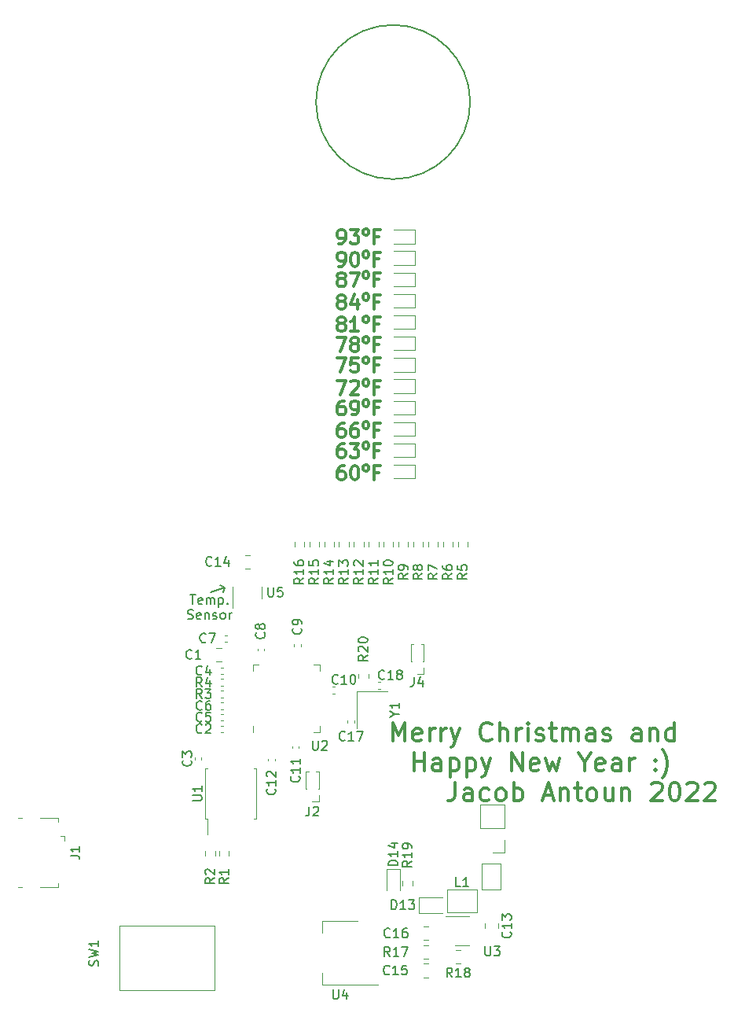
<source format=gbr>
%TF.GenerationSoftware,KiCad,Pcbnew,(6.0.8)*%
%TF.CreationDate,2022-12-11T00:01:36-05:00*%
%TF.ProjectId,Christmas Ornament 2022,43687269-7374-46d6-9173-204f726e616d,rev?*%
%TF.SameCoordinates,Original*%
%TF.FileFunction,Legend,Top*%
%TF.FilePolarity,Positive*%
%FSLAX46Y46*%
G04 Gerber Fmt 4.6, Leading zero omitted, Abs format (unit mm)*
G04 Created by KiCad (PCBNEW (6.0.8)) date 2022-12-11 00:01:36*
%MOMM*%
%LPD*%
G01*
G04 APERTURE LIST*
%ADD10C,0.300000*%
%ADD11C,0.150000*%
%ADD12C,0.200000*%
%ADD13C,0.120000*%
G04 APERTURE END LIST*
D10*
X157857142Y-69278571D02*
X158142857Y-69278571D01*
X158285714Y-69207142D01*
X158357142Y-69135714D01*
X158500000Y-68921428D01*
X158571428Y-68635714D01*
X158571428Y-68064285D01*
X158500000Y-67921428D01*
X158428571Y-67850000D01*
X158285714Y-67778571D01*
X158000000Y-67778571D01*
X157857142Y-67850000D01*
X157785714Y-67921428D01*
X157714285Y-68064285D01*
X157714285Y-68421428D01*
X157785714Y-68564285D01*
X157857142Y-68635714D01*
X158000000Y-68707142D01*
X158285714Y-68707142D01*
X158428571Y-68635714D01*
X158500000Y-68564285D01*
X158571428Y-68421428D01*
X159071428Y-67778571D02*
X160000000Y-67778571D01*
X159500000Y-68350000D01*
X159714285Y-68350000D01*
X159857142Y-68421428D01*
X159928571Y-68492857D01*
X160000000Y-68635714D01*
X160000000Y-68992857D01*
X159928571Y-69135714D01*
X159857142Y-69207142D01*
X159714285Y-69278571D01*
X159285714Y-69278571D01*
X159142857Y-69207142D01*
X159071428Y-69135714D01*
X160714285Y-68350000D02*
X160571428Y-68278571D01*
X160500000Y-68135714D01*
X160500000Y-67850000D01*
X160571428Y-67707142D01*
X160714285Y-67635714D01*
X160857142Y-67635714D01*
X161000000Y-67707142D01*
X161071428Y-67850000D01*
X161071428Y-68135714D01*
X161000000Y-68278571D01*
X160857142Y-68350000D01*
X160714285Y-68350000D01*
X162142857Y-68492857D02*
X161642857Y-68492857D01*
X161642857Y-69278571D02*
X161642857Y-67778571D01*
X162357142Y-67778571D01*
X157857142Y-71678571D02*
X158142857Y-71678571D01*
X158285714Y-71607142D01*
X158357142Y-71535714D01*
X158500000Y-71321428D01*
X158571428Y-71035714D01*
X158571428Y-70464285D01*
X158500000Y-70321428D01*
X158428571Y-70250000D01*
X158285714Y-70178571D01*
X158000000Y-70178571D01*
X157857142Y-70250000D01*
X157785714Y-70321428D01*
X157714285Y-70464285D01*
X157714285Y-70821428D01*
X157785714Y-70964285D01*
X157857142Y-71035714D01*
X158000000Y-71107142D01*
X158285714Y-71107142D01*
X158428571Y-71035714D01*
X158500000Y-70964285D01*
X158571428Y-70821428D01*
X159500000Y-70178571D02*
X159642857Y-70178571D01*
X159785714Y-70250000D01*
X159857142Y-70321428D01*
X159928571Y-70464285D01*
X160000000Y-70750000D01*
X160000000Y-71107142D01*
X159928571Y-71392857D01*
X159857142Y-71535714D01*
X159785714Y-71607142D01*
X159642857Y-71678571D01*
X159500000Y-71678571D01*
X159357142Y-71607142D01*
X159285714Y-71535714D01*
X159214285Y-71392857D01*
X159142857Y-71107142D01*
X159142857Y-70750000D01*
X159214285Y-70464285D01*
X159285714Y-70321428D01*
X159357142Y-70250000D01*
X159500000Y-70178571D01*
X160714285Y-70750000D02*
X160571428Y-70678571D01*
X160500000Y-70535714D01*
X160500000Y-70250000D01*
X160571428Y-70107142D01*
X160714285Y-70035714D01*
X160857142Y-70035714D01*
X161000000Y-70107142D01*
X161071428Y-70250000D01*
X161071428Y-70535714D01*
X161000000Y-70678571D01*
X160857142Y-70750000D01*
X160714285Y-70750000D01*
X162142857Y-70892857D02*
X161642857Y-70892857D01*
X161642857Y-71678571D02*
X161642857Y-70178571D01*
X162357142Y-70178571D01*
X158000000Y-73021428D02*
X157857142Y-72950000D01*
X157785714Y-72878571D01*
X157714285Y-72735714D01*
X157714285Y-72664285D01*
X157785714Y-72521428D01*
X157857142Y-72450000D01*
X158000000Y-72378571D01*
X158285714Y-72378571D01*
X158428571Y-72450000D01*
X158500000Y-72521428D01*
X158571428Y-72664285D01*
X158571428Y-72735714D01*
X158500000Y-72878571D01*
X158428571Y-72950000D01*
X158285714Y-73021428D01*
X158000000Y-73021428D01*
X157857142Y-73092857D01*
X157785714Y-73164285D01*
X157714285Y-73307142D01*
X157714285Y-73592857D01*
X157785714Y-73735714D01*
X157857142Y-73807142D01*
X158000000Y-73878571D01*
X158285714Y-73878571D01*
X158428571Y-73807142D01*
X158500000Y-73735714D01*
X158571428Y-73592857D01*
X158571428Y-73307142D01*
X158500000Y-73164285D01*
X158428571Y-73092857D01*
X158285714Y-73021428D01*
X159071428Y-72378571D02*
X160071428Y-72378571D01*
X159428571Y-73878571D01*
X160714285Y-72950000D02*
X160571428Y-72878571D01*
X160500000Y-72735714D01*
X160500000Y-72450000D01*
X160571428Y-72307142D01*
X160714285Y-72235714D01*
X160857142Y-72235714D01*
X161000000Y-72307142D01*
X161071428Y-72450000D01*
X161071428Y-72735714D01*
X161000000Y-72878571D01*
X160857142Y-72950000D01*
X160714285Y-72950000D01*
X162142857Y-73092857D02*
X161642857Y-73092857D01*
X161642857Y-73878571D02*
X161642857Y-72378571D01*
X162357142Y-72378571D01*
X158000000Y-75421428D02*
X157857142Y-75350000D01*
X157785714Y-75278571D01*
X157714285Y-75135714D01*
X157714285Y-75064285D01*
X157785714Y-74921428D01*
X157857142Y-74850000D01*
X158000000Y-74778571D01*
X158285714Y-74778571D01*
X158428571Y-74850000D01*
X158500000Y-74921428D01*
X158571428Y-75064285D01*
X158571428Y-75135714D01*
X158500000Y-75278571D01*
X158428571Y-75350000D01*
X158285714Y-75421428D01*
X158000000Y-75421428D01*
X157857142Y-75492857D01*
X157785714Y-75564285D01*
X157714285Y-75707142D01*
X157714285Y-75992857D01*
X157785714Y-76135714D01*
X157857142Y-76207142D01*
X158000000Y-76278571D01*
X158285714Y-76278571D01*
X158428571Y-76207142D01*
X158500000Y-76135714D01*
X158571428Y-75992857D01*
X158571428Y-75707142D01*
X158500000Y-75564285D01*
X158428571Y-75492857D01*
X158285714Y-75421428D01*
X159857142Y-75278571D02*
X159857142Y-76278571D01*
X159500000Y-74707142D02*
X159142857Y-75778571D01*
X160071428Y-75778571D01*
X160714285Y-75350000D02*
X160571428Y-75278571D01*
X160500000Y-75135714D01*
X160500000Y-74850000D01*
X160571428Y-74707142D01*
X160714285Y-74635714D01*
X160857142Y-74635714D01*
X161000000Y-74707142D01*
X161071428Y-74850000D01*
X161071428Y-75135714D01*
X161000000Y-75278571D01*
X160857142Y-75350000D01*
X160714285Y-75350000D01*
X162142857Y-75492857D02*
X161642857Y-75492857D01*
X161642857Y-76278571D02*
X161642857Y-74778571D01*
X162357142Y-74778571D01*
X158000000Y-77821428D02*
X157857142Y-77750000D01*
X157785714Y-77678571D01*
X157714285Y-77535714D01*
X157714285Y-77464285D01*
X157785714Y-77321428D01*
X157857142Y-77250000D01*
X158000000Y-77178571D01*
X158285714Y-77178571D01*
X158428571Y-77250000D01*
X158500000Y-77321428D01*
X158571428Y-77464285D01*
X158571428Y-77535714D01*
X158500000Y-77678571D01*
X158428571Y-77750000D01*
X158285714Y-77821428D01*
X158000000Y-77821428D01*
X157857142Y-77892857D01*
X157785714Y-77964285D01*
X157714285Y-78107142D01*
X157714285Y-78392857D01*
X157785714Y-78535714D01*
X157857142Y-78607142D01*
X158000000Y-78678571D01*
X158285714Y-78678571D01*
X158428571Y-78607142D01*
X158500000Y-78535714D01*
X158571428Y-78392857D01*
X158571428Y-78107142D01*
X158500000Y-77964285D01*
X158428571Y-77892857D01*
X158285714Y-77821428D01*
X160000000Y-78678571D02*
X159142857Y-78678571D01*
X159571428Y-78678571D02*
X159571428Y-77178571D01*
X159428571Y-77392857D01*
X159285714Y-77535714D01*
X159142857Y-77607142D01*
X160714285Y-77750000D02*
X160571428Y-77678571D01*
X160500000Y-77535714D01*
X160500000Y-77250000D01*
X160571428Y-77107142D01*
X160714285Y-77035714D01*
X160857142Y-77035714D01*
X161000000Y-77107142D01*
X161071428Y-77250000D01*
X161071428Y-77535714D01*
X161000000Y-77678571D01*
X160857142Y-77750000D01*
X160714285Y-77750000D01*
X162142857Y-77892857D02*
X161642857Y-77892857D01*
X161642857Y-78678571D02*
X161642857Y-77178571D01*
X162357142Y-77178571D01*
X157642857Y-79378571D02*
X158642857Y-79378571D01*
X158000000Y-80878571D01*
X159428571Y-80021428D02*
X159285714Y-79950000D01*
X159214285Y-79878571D01*
X159142857Y-79735714D01*
X159142857Y-79664285D01*
X159214285Y-79521428D01*
X159285714Y-79450000D01*
X159428571Y-79378571D01*
X159714285Y-79378571D01*
X159857142Y-79450000D01*
X159928571Y-79521428D01*
X160000000Y-79664285D01*
X160000000Y-79735714D01*
X159928571Y-79878571D01*
X159857142Y-79950000D01*
X159714285Y-80021428D01*
X159428571Y-80021428D01*
X159285714Y-80092857D01*
X159214285Y-80164285D01*
X159142857Y-80307142D01*
X159142857Y-80592857D01*
X159214285Y-80735714D01*
X159285714Y-80807142D01*
X159428571Y-80878571D01*
X159714285Y-80878571D01*
X159857142Y-80807142D01*
X159928571Y-80735714D01*
X160000000Y-80592857D01*
X160000000Y-80307142D01*
X159928571Y-80164285D01*
X159857142Y-80092857D01*
X159714285Y-80021428D01*
X160714285Y-79950000D02*
X160571428Y-79878571D01*
X160500000Y-79735714D01*
X160500000Y-79450000D01*
X160571428Y-79307142D01*
X160714285Y-79235714D01*
X160857142Y-79235714D01*
X161000000Y-79307142D01*
X161071428Y-79450000D01*
X161071428Y-79735714D01*
X161000000Y-79878571D01*
X160857142Y-79950000D01*
X160714285Y-79950000D01*
X162142857Y-80092857D02*
X161642857Y-80092857D01*
X161642857Y-80878571D02*
X161642857Y-79378571D01*
X162357142Y-79378571D01*
X157642857Y-81578571D02*
X158642857Y-81578571D01*
X158000000Y-83078571D01*
X159928571Y-81578571D02*
X159214285Y-81578571D01*
X159142857Y-82292857D01*
X159214285Y-82221428D01*
X159357142Y-82150000D01*
X159714285Y-82150000D01*
X159857142Y-82221428D01*
X159928571Y-82292857D01*
X160000000Y-82435714D01*
X160000000Y-82792857D01*
X159928571Y-82935714D01*
X159857142Y-83007142D01*
X159714285Y-83078571D01*
X159357142Y-83078571D01*
X159214285Y-83007142D01*
X159142857Y-82935714D01*
X160714285Y-82150000D02*
X160571428Y-82078571D01*
X160500000Y-81935714D01*
X160500000Y-81650000D01*
X160571428Y-81507142D01*
X160714285Y-81435714D01*
X160857142Y-81435714D01*
X161000000Y-81507142D01*
X161071428Y-81650000D01*
X161071428Y-81935714D01*
X161000000Y-82078571D01*
X160857142Y-82150000D01*
X160714285Y-82150000D01*
X162142857Y-82292857D02*
X161642857Y-82292857D01*
X161642857Y-83078571D02*
X161642857Y-81578571D01*
X162357142Y-81578571D01*
X157642857Y-83978571D02*
X158642857Y-83978571D01*
X158000000Y-85478571D01*
X159142857Y-84121428D02*
X159214285Y-84050000D01*
X159357142Y-83978571D01*
X159714285Y-83978571D01*
X159857142Y-84050000D01*
X159928571Y-84121428D01*
X160000000Y-84264285D01*
X160000000Y-84407142D01*
X159928571Y-84621428D01*
X159071428Y-85478571D01*
X160000000Y-85478571D01*
X160714285Y-84550000D02*
X160571428Y-84478571D01*
X160500000Y-84335714D01*
X160500000Y-84050000D01*
X160571428Y-83907142D01*
X160714285Y-83835714D01*
X160857142Y-83835714D01*
X161000000Y-83907142D01*
X161071428Y-84050000D01*
X161071428Y-84335714D01*
X161000000Y-84478571D01*
X160857142Y-84550000D01*
X160714285Y-84550000D01*
X162142857Y-84692857D02*
X161642857Y-84692857D01*
X161642857Y-85478571D02*
X161642857Y-83978571D01*
X162357142Y-83978571D01*
X158428571Y-86178571D02*
X158142857Y-86178571D01*
X158000000Y-86250000D01*
X157928571Y-86321428D01*
X157785714Y-86535714D01*
X157714285Y-86821428D01*
X157714285Y-87392857D01*
X157785714Y-87535714D01*
X157857142Y-87607142D01*
X158000000Y-87678571D01*
X158285714Y-87678571D01*
X158428571Y-87607142D01*
X158500000Y-87535714D01*
X158571428Y-87392857D01*
X158571428Y-87035714D01*
X158500000Y-86892857D01*
X158428571Y-86821428D01*
X158285714Y-86750000D01*
X158000000Y-86750000D01*
X157857142Y-86821428D01*
X157785714Y-86892857D01*
X157714285Y-87035714D01*
X159285714Y-87678571D02*
X159571428Y-87678571D01*
X159714285Y-87607142D01*
X159785714Y-87535714D01*
X159928571Y-87321428D01*
X160000000Y-87035714D01*
X160000000Y-86464285D01*
X159928571Y-86321428D01*
X159857142Y-86250000D01*
X159714285Y-86178571D01*
X159428571Y-86178571D01*
X159285714Y-86250000D01*
X159214285Y-86321428D01*
X159142857Y-86464285D01*
X159142857Y-86821428D01*
X159214285Y-86964285D01*
X159285714Y-87035714D01*
X159428571Y-87107142D01*
X159714285Y-87107142D01*
X159857142Y-87035714D01*
X159928571Y-86964285D01*
X160000000Y-86821428D01*
X160714285Y-86750000D02*
X160571428Y-86678571D01*
X160500000Y-86535714D01*
X160500000Y-86250000D01*
X160571428Y-86107142D01*
X160714285Y-86035714D01*
X160857142Y-86035714D01*
X161000000Y-86107142D01*
X161071428Y-86250000D01*
X161071428Y-86535714D01*
X161000000Y-86678571D01*
X160857142Y-86750000D01*
X160714285Y-86750000D01*
X162142857Y-86892857D02*
X161642857Y-86892857D01*
X161642857Y-87678571D02*
X161642857Y-86178571D01*
X162357142Y-86178571D01*
X158428571Y-88578571D02*
X158142857Y-88578571D01*
X158000000Y-88650000D01*
X157928571Y-88721428D01*
X157785714Y-88935714D01*
X157714285Y-89221428D01*
X157714285Y-89792857D01*
X157785714Y-89935714D01*
X157857142Y-90007142D01*
X158000000Y-90078571D01*
X158285714Y-90078571D01*
X158428571Y-90007142D01*
X158500000Y-89935714D01*
X158571428Y-89792857D01*
X158571428Y-89435714D01*
X158500000Y-89292857D01*
X158428571Y-89221428D01*
X158285714Y-89150000D01*
X158000000Y-89150000D01*
X157857142Y-89221428D01*
X157785714Y-89292857D01*
X157714285Y-89435714D01*
X159857142Y-88578571D02*
X159571428Y-88578571D01*
X159428571Y-88650000D01*
X159357142Y-88721428D01*
X159214285Y-88935714D01*
X159142857Y-89221428D01*
X159142857Y-89792857D01*
X159214285Y-89935714D01*
X159285714Y-90007142D01*
X159428571Y-90078571D01*
X159714285Y-90078571D01*
X159857142Y-90007142D01*
X159928571Y-89935714D01*
X160000000Y-89792857D01*
X160000000Y-89435714D01*
X159928571Y-89292857D01*
X159857142Y-89221428D01*
X159714285Y-89150000D01*
X159428571Y-89150000D01*
X159285714Y-89221428D01*
X159214285Y-89292857D01*
X159142857Y-89435714D01*
X160714285Y-89150000D02*
X160571428Y-89078571D01*
X160500000Y-88935714D01*
X160500000Y-88650000D01*
X160571428Y-88507142D01*
X160714285Y-88435714D01*
X160857142Y-88435714D01*
X161000000Y-88507142D01*
X161071428Y-88650000D01*
X161071428Y-88935714D01*
X161000000Y-89078571D01*
X160857142Y-89150000D01*
X160714285Y-89150000D01*
X162142857Y-89292857D02*
X161642857Y-89292857D01*
X161642857Y-90078571D02*
X161642857Y-88578571D01*
X162357142Y-88578571D01*
X158428571Y-90778571D02*
X158142857Y-90778571D01*
X158000000Y-90850000D01*
X157928571Y-90921428D01*
X157785714Y-91135714D01*
X157714285Y-91421428D01*
X157714285Y-91992857D01*
X157785714Y-92135714D01*
X157857142Y-92207142D01*
X158000000Y-92278571D01*
X158285714Y-92278571D01*
X158428571Y-92207142D01*
X158500000Y-92135714D01*
X158571428Y-91992857D01*
X158571428Y-91635714D01*
X158500000Y-91492857D01*
X158428571Y-91421428D01*
X158285714Y-91350000D01*
X158000000Y-91350000D01*
X157857142Y-91421428D01*
X157785714Y-91492857D01*
X157714285Y-91635714D01*
X159071428Y-90778571D02*
X160000000Y-90778571D01*
X159500000Y-91350000D01*
X159714285Y-91350000D01*
X159857142Y-91421428D01*
X159928571Y-91492857D01*
X160000000Y-91635714D01*
X160000000Y-91992857D01*
X159928571Y-92135714D01*
X159857142Y-92207142D01*
X159714285Y-92278571D01*
X159285714Y-92278571D01*
X159142857Y-92207142D01*
X159071428Y-92135714D01*
X160714285Y-91350000D02*
X160571428Y-91278571D01*
X160500000Y-91135714D01*
X160500000Y-90850000D01*
X160571428Y-90707142D01*
X160714285Y-90635714D01*
X160857142Y-90635714D01*
X161000000Y-90707142D01*
X161071428Y-90850000D01*
X161071428Y-91135714D01*
X161000000Y-91278571D01*
X160857142Y-91350000D01*
X160714285Y-91350000D01*
X162142857Y-91492857D02*
X161642857Y-91492857D01*
X161642857Y-92278571D02*
X161642857Y-90778571D01*
X162357142Y-90778571D01*
X158428571Y-93178571D02*
X158142857Y-93178571D01*
X158000000Y-93250000D01*
X157928571Y-93321428D01*
X157785714Y-93535714D01*
X157714285Y-93821428D01*
X157714285Y-94392857D01*
X157785714Y-94535714D01*
X157857142Y-94607142D01*
X158000000Y-94678571D01*
X158285714Y-94678571D01*
X158428571Y-94607142D01*
X158500000Y-94535714D01*
X158571428Y-94392857D01*
X158571428Y-94035714D01*
X158500000Y-93892857D01*
X158428571Y-93821428D01*
X158285714Y-93750000D01*
X158000000Y-93750000D01*
X157857142Y-93821428D01*
X157785714Y-93892857D01*
X157714285Y-94035714D01*
X159500000Y-93178571D02*
X159642857Y-93178571D01*
X159785714Y-93250000D01*
X159857142Y-93321428D01*
X159928571Y-93464285D01*
X160000000Y-93750000D01*
X160000000Y-94107142D01*
X159928571Y-94392857D01*
X159857142Y-94535714D01*
X159785714Y-94607142D01*
X159642857Y-94678571D01*
X159500000Y-94678571D01*
X159357142Y-94607142D01*
X159285714Y-94535714D01*
X159214285Y-94392857D01*
X159142857Y-94107142D01*
X159142857Y-93750000D01*
X159214285Y-93464285D01*
X159285714Y-93321428D01*
X159357142Y-93250000D01*
X159500000Y-93178571D01*
X160714285Y-93750000D02*
X160571428Y-93678571D01*
X160500000Y-93535714D01*
X160500000Y-93250000D01*
X160571428Y-93107142D01*
X160714285Y-93035714D01*
X160857142Y-93035714D01*
X161000000Y-93107142D01*
X161071428Y-93250000D01*
X161071428Y-93535714D01*
X161000000Y-93678571D01*
X160857142Y-93750000D01*
X160714285Y-93750000D01*
X162142857Y-93892857D02*
X161642857Y-93892857D01*
X161642857Y-94678571D02*
X161642857Y-93178571D01*
X162357142Y-93178571D01*
D11*
X145600000Y-106300000D02*
X145400000Y-106800000D01*
X145600000Y-106250000D02*
X145050000Y-106050000D01*
X144050000Y-106800000D02*
X145600000Y-106250000D01*
X141828571Y-107047380D02*
X142400000Y-107047380D01*
X142114285Y-108047380D02*
X142114285Y-107047380D01*
X143114285Y-107999761D02*
X143019047Y-108047380D01*
X142828571Y-108047380D01*
X142733333Y-107999761D01*
X142685714Y-107904523D01*
X142685714Y-107523571D01*
X142733333Y-107428333D01*
X142828571Y-107380714D01*
X143019047Y-107380714D01*
X143114285Y-107428333D01*
X143161904Y-107523571D01*
X143161904Y-107618809D01*
X142685714Y-107714047D01*
X143590476Y-108047380D02*
X143590476Y-107380714D01*
X143590476Y-107475952D02*
X143638095Y-107428333D01*
X143733333Y-107380714D01*
X143876190Y-107380714D01*
X143971428Y-107428333D01*
X144019047Y-107523571D01*
X144019047Y-108047380D01*
X144019047Y-107523571D02*
X144066666Y-107428333D01*
X144161904Y-107380714D01*
X144304761Y-107380714D01*
X144400000Y-107428333D01*
X144447619Y-107523571D01*
X144447619Y-108047380D01*
X144923809Y-107380714D02*
X144923809Y-108380714D01*
X144923809Y-107428333D02*
X145019047Y-107380714D01*
X145209523Y-107380714D01*
X145304761Y-107428333D01*
X145352380Y-107475952D01*
X145400000Y-107571190D01*
X145400000Y-107856904D01*
X145352380Y-107952142D01*
X145304761Y-107999761D01*
X145209523Y-108047380D01*
X145019047Y-108047380D01*
X144923809Y-107999761D01*
X145828571Y-107952142D02*
X145876190Y-107999761D01*
X145828571Y-108047380D01*
X145780952Y-107999761D01*
X145828571Y-107952142D01*
X145828571Y-108047380D01*
X141566666Y-109609761D02*
X141709523Y-109657380D01*
X141947619Y-109657380D01*
X142042857Y-109609761D01*
X142090476Y-109562142D01*
X142138095Y-109466904D01*
X142138095Y-109371666D01*
X142090476Y-109276428D01*
X142042857Y-109228809D01*
X141947619Y-109181190D01*
X141757142Y-109133571D01*
X141661904Y-109085952D01*
X141614285Y-109038333D01*
X141566666Y-108943095D01*
X141566666Y-108847857D01*
X141614285Y-108752619D01*
X141661904Y-108705000D01*
X141757142Y-108657380D01*
X141995238Y-108657380D01*
X142138095Y-108705000D01*
X142947619Y-109609761D02*
X142852380Y-109657380D01*
X142661904Y-109657380D01*
X142566666Y-109609761D01*
X142519047Y-109514523D01*
X142519047Y-109133571D01*
X142566666Y-109038333D01*
X142661904Y-108990714D01*
X142852380Y-108990714D01*
X142947619Y-109038333D01*
X142995238Y-109133571D01*
X142995238Y-109228809D01*
X142519047Y-109324047D01*
X143423809Y-108990714D02*
X143423809Y-109657380D01*
X143423809Y-109085952D02*
X143471428Y-109038333D01*
X143566666Y-108990714D01*
X143709523Y-108990714D01*
X143804761Y-109038333D01*
X143852380Y-109133571D01*
X143852380Y-109657380D01*
X144280952Y-109609761D02*
X144376190Y-109657380D01*
X144566666Y-109657380D01*
X144661904Y-109609761D01*
X144709523Y-109514523D01*
X144709523Y-109466904D01*
X144661904Y-109371666D01*
X144566666Y-109324047D01*
X144423809Y-109324047D01*
X144328571Y-109276428D01*
X144280952Y-109181190D01*
X144280952Y-109133571D01*
X144328571Y-109038333D01*
X144423809Y-108990714D01*
X144566666Y-108990714D01*
X144661904Y-109038333D01*
X145280952Y-109657380D02*
X145185714Y-109609761D01*
X145138095Y-109562142D01*
X145090476Y-109466904D01*
X145090476Y-109181190D01*
X145138095Y-109085952D01*
X145185714Y-109038333D01*
X145280952Y-108990714D01*
X145423809Y-108990714D01*
X145519047Y-109038333D01*
X145566666Y-109085952D01*
X145614285Y-109181190D01*
X145614285Y-109466904D01*
X145566666Y-109562142D01*
X145519047Y-109609761D01*
X145423809Y-109657380D01*
X145280952Y-109657380D01*
X146042857Y-109657380D02*
X146042857Y-108990714D01*
X146042857Y-109181190D02*
X146090476Y-109085952D01*
X146138095Y-109038333D01*
X146233333Y-108990714D01*
X146328571Y-108990714D01*
D10*
X163647619Y-122784761D02*
X163647619Y-120784761D01*
X164314285Y-122213333D01*
X164980952Y-120784761D01*
X164980952Y-122784761D01*
X166695238Y-122689523D02*
X166504761Y-122784761D01*
X166123809Y-122784761D01*
X165933333Y-122689523D01*
X165838095Y-122499047D01*
X165838095Y-121737142D01*
X165933333Y-121546666D01*
X166123809Y-121451428D01*
X166504761Y-121451428D01*
X166695238Y-121546666D01*
X166790476Y-121737142D01*
X166790476Y-121927619D01*
X165838095Y-122118095D01*
X167647619Y-122784761D02*
X167647619Y-121451428D01*
X167647619Y-121832380D02*
X167742857Y-121641904D01*
X167838095Y-121546666D01*
X168028571Y-121451428D01*
X168219047Y-121451428D01*
X168885714Y-122784761D02*
X168885714Y-121451428D01*
X168885714Y-121832380D02*
X168980952Y-121641904D01*
X169076190Y-121546666D01*
X169266666Y-121451428D01*
X169457142Y-121451428D01*
X169933333Y-121451428D02*
X170409523Y-122784761D01*
X170885714Y-121451428D02*
X170409523Y-122784761D01*
X170219047Y-123260952D01*
X170123809Y-123356190D01*
X169933333Y-123451428D01*
X174314285Y-122594285D02*
X174219047Y-122689523D01*
X173933333Y-122784761D01*
X173742857Y-122784761D01*
X173457142Y-122689523D01*
X173266666Y-122499047D01*
X173171428Y-122308571D01*
X173076190Y-121927619D01*
X173076190Y-121641904D01*
X173171428Y-121260952D01*
X173266666Y-121070476D01*
X173457142Y-120880000D01*
X173742857Y-120784761D01*
X173933333Y-120784761D01*
X174219047Y-120880000D01*
X174314285Y-120975238D01*
X175171428Y-122784761D02*
X175171428Y-120784761D01*
X176028571Y-122784761D02*
X176028571Y-121737142D01*
X175933333Y-121546666D01*
X175742857Y-121451428D01*
X175457142Y-121451428D01*
X175266666Y-121546666D01*
X175171428Y-121641904D01*
X176980952Y-122784761D02*
X176980952Y-121451428D01*
X176980952Y-121832380D02*
X177076190Y-121641904D01*
X177171428Y-121546666D01*
X177361904Y-121451428D01*
X177552380Y-121451428D01*
X178219047Y-122784761D02*
X178219047Y-121451428D01*
X178219047Y-120784761D02*
X178123809Y-120880000D01*
X178219047Y-120975238D01*
X178314285Y-120880000D01*
X178219047Y-120784761D01*
X178219047Y-120975238D01*
X179076190Y-122689523D02*
X179266666Y-122784761D01*
X179647619Y-122784761D01*
X179838095Y-122689523D01*
X179933333Y-122499047D01*
X179933333Y-122403809D01*
X179838095Y-122213333D01*
X179647619Y-122118095D01*
X179361904Y-122118095D01*
X179171428Y-122022857D01*
X179076190Y-121832380D01*
X179076190Y-121737142D01*
X179171428Y-121546666D01*
X179361904Y-121451428D01*
X179647619Y-121451428D01*
X179838095Y-121546666D01*
X180504761Y-121451428D02*
X181266666Y-121451428D01*
X180790476Y-120784761D02*
X180790476Y-122499047D01*
X180885714Y-122689523D01*
X181076190Y-122784761D01*
X181266666Y-122784761D01*
X181933333Y-122784761D02*
X181933333Y-121451428D01*
X181933333Y-121641904D02*
X182028571Y-121546666D01*
X182219047Y-121451428D01*
X182504761Y-121451428D01*
X182695238Y-121546666D01*
X182790476Y-121737142D01*
X182790476Y-122784761D01*
X182790476Y-121737142D02*
X182885714Y-121546666D01*
X183076190Y-121451428D01*
X183361904Y-121451428D01*
X183552380Y-121546666D01*
X183647619Y-121737142D01*
X183647619Y-122784761D01*
X185457142Y-122784761D02*
X185457142Y-121737142D01*
X185361904Y-121546666D01*
X185171428Y-121451428D01*
X184790476Y-121451428D01*
X184600000Y-121546666D01*
X185457142Y-122689523D02*
X185266666Y-122784761D01*
X184790476Y-122784761D01*
X184600000Y-122689523D01*
X184504761Y-122499047D01*
X184504761Y-122308571D01*
X184600000Y-122118095D01*
X184790476Y-122022857D01*
X185266666Y-122022857D01*
X185457142Y-121927619D01*
X186314285Y-122689523D02*
X186504761Y-122784761D01*
X186885714Y-122784761D01*
X187076190Y-122689523D01*
X187171428Y-122499047D01*
X187171428Y-122403809D01*
X187076190Y-122213333D01*
X186885714Y-122118095D01*
X186600000Y-122118095D01*
X186409523Y-122022857D01*
X186314285Y-121832380D01*
X186314285Y-121737142D01*
X186409523Y-121546666D01*
X186600000Y-121451428D01*
X186885714Y-121451428D01*
X187076190Y-121546666D01*
X190409523Y-122784761D02*
X190409523Y-121737142D01*
X190314285Y-121546666D01*
X190123809Y-121451428D01*
X189742857Y-121451428D01*
X189552380Y-121546666D01*
X190409523Y-122689523D02*
X190219047Y-122784761D01*
X189742857Y-122784761D01*
X189552380Y-122689523D01*
X189457142Y-122499047D01*
X189457142Y-122308571D01*
X189552380Y-122118095D01*
X189742857Y-122022857D01*
X190219047Y-122022857D01*
X190409523Y-121927619D01*
X191361904Y-121451428D02*
X191361904Y-122784761D01*
X191361904Y-121641904D02*
X191457142Y-121546666D01*
X191647619Y-121451428D01*
X191933333Y-121451428D01*
X192123809Y-121546666D01*
X192219047Y-121737142D01*
X192219047Y-122784761D01*
X194028571Y-122784761D02*
X194028571Y-120784761D01*
X194028571Y-122689523D02*
X193838095Y-122784761D01*
X193457142Y-122784761D01*
X193266666Y-122689523D01*
X193171428Y-122594285D01*
X193076190Y-122403809D01*
X193076190Y-121832380D01*
X193171428Y-121641904D01*
X193266666Y-121546666D01*
X193457142Y-121451428D01*
X193838095Y-121451428D01*
X194028571Y-121546666D01*
X165933333Y-126004761D02*
X165933333Y-124004761D01*
X165933333Y-124957142D02*
X167076190Y-124957142D01*
X167076190Y-126004761D02*
X167076190Y-124004761D01*
X168885714Y-126004761D02*
X168885714Y-124957142D01*
X168790476Y-124766666D01*
X168600000Y-124671428D01*
X168219047Y-124671428D01*
X168028571Y-124766666D01*
X168885714Y-125909523D02*
X168695238Y-126004761D01*
X168219047Y-126004761D01*
X168028571Y-125909523D01*
X167933333Y-125719047D01*
X167933333Y-125528571D01*
X168028571Y-125338095D01*
X168219047Y-125242857D01*
X168695238Y-125242857D01*
X168885714Y-125147619D01*
X169838095Y-124671428D02*
X169838095Y-126671428D01*
X169838095Y-124766666D02*
X170028571Y-124671428D01*
X170409523Y-124671428D01*
X170600000Y-124766666D01*
X170695238Y-124861904D01*
X170790476Y-125052380D01*
X170790476Y-125623809D01*
X170695238Y-125814285D01*
X170600000Y-125909523D01*
X170409523Y-126004761D01*
X170028571Y-126004761D01*
X169838095Y-125909523D01*
X171647619Y-124671428D02*
X171647619Y-126671428D01*
X171647619Y-124766666D02*
X171838095Y-124671428D01*
X172219047Y-124671428D01*
X172409523Y-124766666D01*
X172504761Y-124861904D01*
X172600000Y-125052380D01*
X172600000Y-125623809D01*
X172504761Y-125814285D01*
X172409523Y-125909523D01*
X172219047Y-126004761D01*
X171838095Y-126004761D01*
X171647619Y-125909523D01*
X173266666Y-124671428D02*
X173742857Y-126004761D01*
X174219047Y-124671428D02*
X173742857Y-126004761D01*
X173552380Y-126480952D01*
X173457142Y-126576190D01*
X173266666Y-126671428D01*
X176504761Y-126004761D02*
X176504761Y-124004761D01*
X177647619Y-126004761D01*
X177647619Y-124004761D01*
X179361904Y-125909523D02*
X179171428Y-126004761D01*
X178790476Y-126004761D01*
X178600000Y-125909523D01*
X178504761Y-125719047D01*
X178504761Y-124957142D01*
X178600000Y-124766666D01*
X178790476Y-124671428D01*
X179171428Y-124671428D01*
X179361904Y-124766666D01*
X179457142Y-124957142D01*
X179457142Y-125147619D01*
X178504761Y-125338095D01*
X180123809Y-124671428D02*
X180504761Y-126004761D01*
X180885714Y-125052380D01*
X181266666Y-126004761D01*
X181647619Y-124671428D01*
X184314285Y-125052380D02*
X184314285Y-126004761D01*
X183647619Y-124004761D02*
X184314285Y-125052380D01*
X184980952Y-124004761D01*
X186409523Y-125909523D02*
X186219047Y-126004761D01*
X185838095Y-126004761D01*
X185647619Y-125909523D01*
X185552380Y-125719047D01*
X185552380Y-124957142D01*
X185647619Y-124766666D01*
X185838095Y-124671428D01*
X186219047Y-124671428D01*
X186409523Y-124766666D01*
X186504761Y-124957142D01*
X186504761Y-125147619D01*
X185552380Y-125338095D01*
X188219047Y-126004761D02*
X188219047Y-124957142D01*
X188123809Y-124766666D01*
X187933333Y-124671428D01*
X187552380Y-124671428D01*
X187361904Y-124766666D01*
X188219047Y-125909523D02*
X188028571Y-126004761D01*
X187552380Y-126004761D01*
X187361904Y-125909523D01*
X187266666Y-125719047D01*
X187266666Y-125528571D01*
X187361904Y-125338095D01*
X187552380Y-125242857D01*
X188028571Y-125242857D01*
X188219047Y-125147619D01*
X189171428Y-126004761D02*
X189171428Y-124671428D01*
X189171428Y-125052380D02*
X189266666Y-124861904D01*
X189361904Y-124766666D01*
X189552380Y-124671428D01*
X189742857Y-124671428D01*
X191933333Y-125814285D02*
X192028571Y-125909523D01*
X191933333Y-126004761D01*
X191838095Y-125909523D01*
X191933333Y-125814285D01*
X191933333Y-126004761D01*
X191933333Y-124766666D02*
X192028571Y-124861904D01*
X191933333Y-124957142D01*
X191838095Y-124861904D01*
X191933333Y-124766666D01*
X191933333Y-124957142D01*
X192695238Y-126766666D02*
X192790476Y-126671428D01*
X192980952Y-126385714D01*
X193076190Y-126195238D01*
X193171428Y-125909523D01*
X193266666Y-125433333D01*
X193266666Y-125052380D01*
X193171428Y-124576190D01*
X193076190Y-124290476D01*
X192980952Y-124100000D01*
X192790476Y-123814285D01*
X192695238Y-123719047D01*
X170409523Y-127224761D02*
X170409523Y-128653333D01*
X170314285Y-128939047D01*
X170123809Y-129129523D01*
X169838095Y-129224761D01*
X169647619Y-129224761D01*
X172219047Y-129224761D02*
X172219047Y-128177142D01*
X172123809Y-127986666D01*
X171933333Y-127891428D01*
X171552380Y-127891428D01*
X171361904Y-127986666D01*
X172219047Y-129129523D02*
X172028571Y-129224761D01*
X171552380Y-129224761D01*
X171361904Y-129129523D01*
X171266666Y-128939047D01*
X171266666Y-128748571D01*
X171361904Y-128558095D01*
X171552380Y-128462857D01*
X172028571Y-128462857D01*
X172219047Y-128367619D01*
X174028571Y-129129523D02*
X173838095Y-129224761D01*
X173457142Y-129224761D01*
X173266666Y-129129523D01*
X173171428Y-129034285D01*
X173076190Y-128843809D01*
X173076190Y-128272380D01*
X173171428Y-128081904D01*
X173266666Y-127986666D01*
X173457142Y-127891428D01*
X173838095Y-127891428D01*
X174028571Y-127986666D01*
X175171428Y-129224761D02*
X174980952Y-129129523D01*
X174885714Y-129034285D01*
X174790476Y-128843809D01*
X174790476Y-128272380D01*
X174885714Y-128081904D01*
X174980952Y-127986666D01*
X175171428Y-127891428D01*
X175457142Y-127891428D01*
X175647619Y-127986666D01*
X175742857Y-128081904D01*
X175838095Y-128272380D01*
X175838095Y-128843809D01*
X175742857Y-129034285D01*
X175647619Y-129129523D01*
X175457142Y-129224761D01*
X175171428Y-129224761D01*
X176695238Y-129224761D02*
X176695238Y-127224761D01*
X176695238Y-127986666D02*
X176885714Y-127891428D01*
X177266666Y-127891428D01*
X177457142Y-127986666D01*
X177552380Y-128081904D01*
X177647619Y-128272380D01*
X177647619Y-128843809D01*
X177552380Y-129034285D01*
X177457142Y-129129523D01*
X177266666Y-129224761D01*
X176885714Y-129224761D01*
X176695238Y-129129523D01*
X179933333Y-128653333D02*
X180885714Y-128653333D01*
X179742857Y-129224761D02*
X180409523Y-127224761D01*
X181076190Y-129224761D01*
X181742857Y-127891428D02*
X181742857Y-129224761D01*
X181742857Y-128081904D02*
X181838095Y-127986666D01*
X182028571Y-127891428D01*
X182314285Y-127891428D01*
X182504761Y-127986666D01*
X182600000Y-128177142D01*
X182600000Y-129224761D01*
X183266666Y-127891428D02*
X184028571Y-127891428D01*
X183552380Y-127224761D02*
X183552380Y-128939047D01*
X183647619Y-129129523D01*
X183838095Y-129224761D01*
X184028571Y-129224761D01*
X184980952Y-129224761D02*
X184790476Y-129129523D01*
X184695238Y-129034285D01*
X184600000Y-128843809D01*
X184600000Y-128272380D01*
X184695238Y-128081904D01*
X184790476Y-127986666D01*
X184980952Y-127891428D01*
X185266666Y-127891428D01*
X185457142Y-127986666D01*
X185552380Y-128081904D01*
X185647619Y-128272380D01*
X185647619Y-128843809D01*
X185552380Y-129034285D01*
X185457142Y-129129523D01*
X185266666Y-129224761D01*
X184980952Y-129224761D01*
X187361904Y-127891428D02*
X187361904Y-129224761D01*
X186504761Y-127891428D02*
X186504761Y-128939047D01*
X186600000Y-129129523D01*
X186790476Y-129224761D01*
X187076190Y-129224761D01*
X187266666Y-129129523D01*
X187361904Y-129034285D01*
X188314285Y-127891428D02*
X188314285Y-129224761D01*
X188314285Y-128081904D02*
X188409523Y-127986666D01*
X188600000Y-127891428D01*
X188885714Y-127891428D01*
X189076190Y-127986666D01*
X189171428Y-128177142D01*
X189171428Y-129224761D01*
X191552380Y-127415238D02*
X191647619Y-127320000D01*
X191838095Y-127224761D01*
X192314285Y-127224761D01*
X192504761Y-127320000D01*
X192600000Y-127415238D01*
X192695238Y-127605714D01*
X192695238Y-127796190D01*
X192600000Y-128081904D01*
X191457142Y-129224761D01*
X192695238Y-129224761D01*
X193933333Y-127224761D02*
X194123809Y-127224761D01*
X194314285Y-127320000D01*
X194409523Y-127415238D01*
X194504761Y-127605714D01*
X194599999Y-127986666D01*
X194599999Y-128462857D01*
X194504761Y-128843809D01*
X194409523Y-129034285D01*
X194314285Y-129129523D01*
X194123809Y-129224761D01*
X193933333Y-129224761D01*
X193742857Y-129129523D01*
X193647619Y-129034285D01*
X193552380Y-128843809D01*
X193457142Y-128462857D01*
X193457142Y-127986666D01*
X193552380Y-127605714D01*
X193647619Y-127415238D01*
X193742857Y-127320000D01*
X193933333Y-127224761D01*
X195361904Y-127415238D02*
X195457142Y-127320000D01*
X195647619Y-127224761D01*
X196123809Y-127224761D01*
X196314285Y-127320000D01*
X196409523Y-127415238D01*
X196504761Y-127605714D01*
X196504761Y-127796190D01*
X196409523Y-128081904D01*
X195266666Y-129224761D01*
X196504761Y-129224761D01*
X197266666Y-127415238D02*
X197361904Y-127320000D01*
X197552380Y-127224761D01*
X198028571Y-127224761D01*
X198219047Y-127320000D01*
X198314285Y-127415238D01*
X198409523Y-127605714D01*
X198409523Y-127796190D01*
X198314285Y-128081904D01*
X197171428Y-129224761D01*
X198409523Y-129224761D01*
D12*
X172002409Y-54000000D02*
G75*
G03*
X172002409Y-54000000I-8302409J0D01*
G01*
D11*
%TO.C,SW1*%
X131904761Y-146983333D02*
X131952380Y-146840476D01*
X131952380Y-146602380D01*
X131904761Y-146507142D01*
X131857142Y-146459523D01*
X131761904Y-146411904D01*
X131666666Y-146411904D01*
X131571428Y-146459523D01*
X131523809Y-146507142D01*
X131476190Y-146602380D01*
X131428571Y-146792857D01*
X131380952Y-146888095D01*
X131333333Y-146935714D01*
X131238095Y-146983333D01*
X131142857Y-146983333D01*
X131047619Y-146935714D01*
X131000000Y-146888095D01*
X130952380Y-146792857D01*
X130952380Y-146554761D01*
X131000000Y-146411904D01*
X130952380Y-146078571D02*
X131952380Y-145840476D01*
X131238095Y-145650000D01*
X131952380Y-145459523D01*
X130952380Y-145221428D01*
X131952380Y-144316666D02*
X131952380Y-144888095D01*
X131952380Y-144602380D02*
X130952380Y-144602380D01*
X131095238Y-144697619D01*
X131190476Y-144792857D01*
X131238095Y-144888095D01*
%TO.C,Y1*%
X163876190Y-119876190D02*
X164352380Y-119876190D01*
X163352380Y-120209523D02*
X163876190Y-119876190D01*
X163352380Y-119542857D01*
X164352380Y-118685714D02*
X164352380Y-119257142D01*
X164352380Y-118971428D02*
X163352380Y-118971428D01*
X163495238Y-119066666D01*
X163590476Y-119161904D01*
X163638095Y-119257142D01*
%TO.C,R20*%
X160952380Y-113542857D02*
X160476190Y-113876190D01*
X160952380Y-114114285D02*
X159952380Y-114114285D01*
X159952380Y-113733333D01*
X160000000Y-113638095D01*
X160047619Y-113590476D01*
X160142857Y-113542857D01*
X160285714Y-113542857D01*
X160380952Y-113590476D01*
X160428571Y-113638095D01*
X160476190Y-113733333D01*
X160476190Y-114114285D01*
X160047619Y-113161904D02*
X160000000Y-113114285D01*
X159952380Y-113019047D01*
X159952380Y-112780952D01*
X160000000Y-112685714D01*
X160047619Y-112638095D01*
X160142857Y-112590476D01*
X160238095Y-112590476D01*
X160380952Y-112638095D01*
X160952380Y-113209523D01*
X160952380Y-112590476D01*
X159952380Y-111971428D02*
X159952380Y-111876190D01*
X160000000Y-111780952D01*
X160047619Y-111733333D01*
X160142857Y-111685714D01*
X160333333Y-111638095D01*
X160571428Y-111638095D01*
X160761904Y-111685714D01*
X160857142Y-111733333D01*
X160904761Y-111780952D01*
X160952380Y-111876190D01*
X160952380Y-111971428D01*
X160904761Y-112066666D01*
X160857142Y-112114285D01*
X160761904Y-112161904D01*
X160571428Y-112209523D01*
X160333333Y-112209523D01*
X160142857Y-112161904D01*
X160047619Y-112114285D01*
X160000000Y-112066666D01*
X159952380Y-111971428D01*
%TO.C,C18*%
X162757142Y-116057142D02*
X162709523Y-116104761D01*
X162566666Y-116152380D01*
X162471428Y-116152380D01*
X162328571Y-116104761D01*
X162233333Y-116009523D01*
X162185714Y-115914285D01*
X162138095Y-115723809D01*
X162138095Y-115580952D01*
X162185714Y-115390476D01*
X162233333Y-115295238D01*
X162328571Y-115200000D01*
X162471428Y-115152380D01*
X162566666Y-115152380D01*
X162709523Y-115200000D01*
X162757142Y-115247619D01*
X163709523Y-116152380D02*
X163138095Y-116152380D01*
X163423809Y-116152380D02*
X163423809Y-115152380D01*
X163328571Y-115295238D01*
X163233333Y-115390476D01*
X163138095Y-115438095D01*
X164280952Y-115580952D02*
X164185714Y-115533333D01*
X164138095Y-115485714D01*
X164090476Y-115390476D01*
X164090476Y-115342857D01*
X164138095Y-115247619D01*
X164185714Y-115200000D01*
X164280952Y-115152380D01*
X164471428Y-115152380D01*
X164566666Y-115200000D01*
X164614285Y-115247619D01*
X164661904Y-115342857D01*
X164661904Y-115390476D01*
X164614285Y-115485714D01*
X164566666Y-115533333D01*
X164471428Y-115580952D01*
X164280952Y-115580952D01*
X164185714Y-115628571D01*
X164138095Y-115676190D01*
X164090476Y-115771428D01*
X164090476Y-115961904D01*
X164138095Y-116057142D01*
X164185714Y-116104761D01*
X164280952Y-116152380D01*
X164471428Y-116152380D01*
X164566666Y-116104761D01*
X164614285Y-116057142D01*
X164661904Y-115961904D01*
X164661904Y-115771428D01*
X164614285Y-115676190D01*
X164566666Y-115628571D01*
X164471428Y-115580952D01*
%TO.C,C17*%
X158507142Y-122657142D02*
X158459523Y-122704761D01*
X158316666Y-122752380D01*
X158221428Y-122752380D01*
X158078571Y-122704761D01*
X157983333Y-122609523D01*
X157935714Y-122514285D01*
X157888095Y-122323809D01*
X157888095Y-122180952D01*
X157935714Y-121990476D01*
X157983333Y-121895238D01*
X158078571Y-121800000D01*
X158221428Y-121752380D01*
X158316666Y-121752380D01*
X158459523Y-121800000D01*
X158507142Y-121847619D01*
X159459523Y-122752380D02*
X158888095Y-122752380D01*
X159173809Y-122752380D02*
X159173809Y-121752380D01*
X159078571Y-121895238D01*
X158983333Y-121990476D01*
X158888095Y-122038095D01*
X159792857Y-121752380D02*
X160459523Y-121752380D01*
X160030952Y-122752380D01*
%TO.C,J4*%
X165966666Y-115912380D02*
X165966666Y-116626666D01*
X165919047Y-116769523D01*
X165823809Y-116864761D01*
X165680952Y-116912380D01*
X165585714Y-116912380D01*
X166871428Y-116245714D02*
X166871428Y-116912380D01*
X166633333Y-115864761D02*
X166395238Y-116579047D01*
X167014285Y-116579047D01*
%TO.C,J2*%
X154666666Y-129852380D02*
X154666666Y-130566666D01*
X154619047Y-130709523D01*
X154523809Y-130804761D01*
X154380952Y-130852380D01*
X154285714Y-130852380D01*
X155095238Y-129947619D02*
X155142857Y-129900000D01*
X155238095Y-129852380D01*
X155476190Y-129852380D01*
X155571428Y-129900000D01*
X155619047Y-129947619D01*
X155666666Y-130042857D01*
X155666666Y-130138095D01*
X155619047Y-130280952D01*
X155047619Y-130852380D01*
X155666666Y-130852380D01*
%TO.C,C12*%
X150957142Y-127942857D02*
X151004761Y-127990476D01*
X151052380Y-128133333D01*
X151052380Y-128228571D01*
X151004761Y-128371428D01*
X150909523Y-128466666D01*
X150814285Y-128514285D01*
X150623809Y-128561904D01*
X150480952Y-128561904D01*
X150290476Y-128514285D01*
X150195238Y-128466666D01*
X150100000Y-128371428D01*
X150052380Y-128228571D01*
X150052380Y-128133333D01*
X150100000Y-127990476D01*
X150147619Y-127942857D01*
X151052380Y-126990476D02*
X151052380Y-127561904D01*
X151052380Y-127276190D02*
X150052380Y-127276190D01*
X150195238Y-127371428D01*
X150290476Y-127466666D01*
X150338095Y-127561904D01*
X150147619Y-126609523D02*
X150100000Y-126561904D01*
X150052380Y-126466666D01*
X150052380Y-126228571D01*
X150100000Y-126133333D01*
X150147619Y-126085714D01*
X150242857Y-126038095D01*
X150338095Y-126038095D01*
X150480952Y-126085714D01*
X151052380Y-126657142D01*
X151052380Y-126038095D01*
%TO.C,C11*%
X153557142Y-126592857D02*
X153604761Y-126640476D01*
X153652380Y-126783333D01*
X153652380Y-126878571D01*
X153604761Y-127021428D01*
X153509523Y-127116666D01*
X153414285Y-127164285D01*
X153223809Y-127211904D01*
X153080952Y-127211904D01*
X152890476Y-127164285D01*
X152795238Y-127116666D01*
X152700000Y-127021428D01*
X152652380Y-126878571D01*
X152652380Y-126783333D01*
X152700000Y-126640476D01*
X152747619Y-126592857D01*
X153652380Y-125640476D02*
X153652380Y-126211904D01*
X153652380Y-125926190D02*
X152652380Y-125926190D01*
X152795238Y-126021428D01*
X152890476Y-126116666D01*
X152938095Y-126211904D01*
X153652380Y-124688095D02*
X153652380Y-125259523D01*
X153652380Y-124973809D02*
X152652380Y-124973809D01*
X152795238Y-125069047D01*
X152890476Y-125164285D01*
X152938095Y-125259523D01*
%TO.C,C10*%
X157757142Y-116557142D02*
X157709523Y-116604761D01*
X157566666Y-116652380D01*
X157471428Y-116652380D01*
X157328571Y-116604761D01*
X157233333Y-116509523D01*
X157185714Y-116414285D01*
X157138095Y-116223809D01*
X157138095Y-116080952D01*
X157185714Y-115890476D01*
X157233333Y-115795238D01*
X157328571Y-115700000D01*
X157471428Y-115652380D01*
X157566666Y-115652380D01*
X157709523Y-115700000D01*
X157757142Y-115747619D01*
X158709523Y-116652380D02*
X158138095Y-116652380D01*
X158423809Y-116652380D02*
X158423809Y-115652380D01*
X158328571Y-115795238D01*
X158233333Y-115890476D01*
X158138095Y-115938095D01*
X159328571Y-115652380D02*
X159423809Y-115652380D01*
X159519047Y-115700000D01*
X159566666Y-115747619D01*
X159614285Y-115842857D01*
X159661904Y-116033333D01*
X159661904Y-116271428D01*
X159614285Y-116461904D01*
X159566666Y-116557142D01*
X159519047Y-116604761D01*
X159423809Y-116652380D01*
X159328571Y-116652380D01*
X159233333Y-116604761D01*
X159185714Y-116557142D01*
X159138095Y-116461904D01*
X159090476Y-116271428D01*
X159090476Y-116033333D01*
X159138095Y-115842857D01*
X159185714Y-115747619D01*
X159233333Y-115700000D01*
X159328571Y-115652380D01*
%TO.C,C9*%
X153757142Y-110646666D02*
X153804761Y-110694285D01*
X153852380Y-110837142D01*
X153852380Y-110932380D01*
X153804761Y-111075238D01*
X153709523Y-111170476D01*
X153614285Y-111218095D01*
X153423809Y-111265714D01*
X153280952Y-111265714D01*
X153090476Y-111218095D01*
X152995238Y-111170476D01*
X152900000Y-111075238D01*
X152852380Y-110932380D01*
X152852380Y-110837142D01*
X152900000Y-110694285D01*
X152947619Y-110646666D01*
X153852380Y-110170476D02*
X153852380Y-109980000D01*
X153804761Y-109884761D01*
X153757142Y-109837142D01*
X153614285Y-109741904D01*
X153423809Y-109694285D01*
X153042857Y-109694285D01*
X152947619Y-109741904D01*
X152900000Y-109789523D01*
X152852380Y-109884761D01*
X152852380Y-110075238D01*
X152900000Y-110170476D01*
X152947619Y-110218095D01*
X153042857Y-110265714D01*
X153280952Y-110265714D01*
X153376190Y-110218095D01*
X153423809Y-110170476D01*
X153471428Y-110075238D01*
X153471428Y-109884761D01*
X153423809Y-109789523D01*
X153376190Y-109741904D01*
X153280952Y-109694285D01*
%TO.C,C8*%
X149807142Y-111116666D02*
X149854761Y-111164285D01*
X149902380Y-111307142D01*
X149902380Y-111402380D01*
X149854761Y-111545238D01*
X149759523Y-111640476D01*
X149664285Y-111688095D01*
X149473809Y-111735714D01*
X149330952Y-111735714D01*
X149140476Y-111688095D01*
X149045238Y-111640476D01*
X148950000Y-111545238D01*
X148902380Y-111402380D01*
X148902380Y-111307142D01*
X148950000Y-111164285D01*
X148997619Y-111116666D01*
X149330952Y-110545238D02*
X149283333Y-110640476D01*
X149235714Y-110688095D01*
X149140476Y-110735714D01*
X149092857Y-110735714D01*
X148997619Y-110688095D01*
X148950000Y-110640476D01*
X148902380Y-110545238D01*
X148902380Y-110354761D01*
X148950000Y-110259523D01*
X148997619Y-110211904D01*
X149092857Y-110164285D01*
X149140476Y-110164285D01*
X149235714Y-110211904D01*
X149283333Y-110259523D01*
X149330952Y-110354761D01*
X149330952Y-110545238D01*
X149378571Y-110640476D01*
X149426190Y-110688095D01*
X149521428Y-110735714D01*
X149711904Y-110735714D01*
X149807142Y-110688095D01*
X149854761Y-110640476D01*
X149902380Y-110545238D01*
X149902380Y-110354761D01*
X149854761Y-110259523D01*
X149807142Y-110211904D01*
X149711904Y-110164285D01*
X149521428Y-110164285D01*
X149426190Y-110211904D01*
X149378571Y-110259523D01*
X149330952Y-110354761D01*
%TO.C,C7*%
X143513333Y-112107142D02*
X143465714Y-112154761D01*
X143322857Y-112202380D01*
X143227619Y-112202380D01*
X143084761Y-112154761D01*
X142989523Y-112059523D01*
X142941904Y-111964285D01*
X142894285Y-111773809D01*
X142894285Y-111630952D01*
X142941904Y-111440476D01*
X142989523Y-111345238D01*
X143084761Y-111250000D01*
X143227619Y-111202380D01*
X143322857Y-111202380D01*
X143465714Y-111250000D01*
X143513333Y-111297619D01*
X143846666Y-111202380D02*
X144513333Y-111202380D01*
X144084761Y-112202380D01*
%TO.C,C6*%
X143113333Y-119357142D02*
X143065714Y-119404761D01*
X142922857Y-119452380D01*
X142827619Y-119452380D01*
X142684761Y-119404761D01*
X142589523Y-119309523D01*
X142541904Y-119214285D01*
X142494285Y-119023809D01*
X142494285Y-118880952D01*
X142541904Y-118690476D01*
X142589523Y-118595238D01*
X142684761Y-118500000D01*
X142827619Y-118452380D01*
X142922857Y-118452380D01*
X143065714Y-118500000D01*
X143113333Y-118547619D01*
X143970476Y-118452380D02*
X143780000Y-118452380D01*
X143684761Y-118500000D01*
X143637142Y-118547619D01*
X143541904Y-118690476D01*
X143494285Y-118880952D01*
X143494285Y-119261904D01*
X143541904Y-119357142D01*
X143589523Y-119404761D01*
X143684761Y-119452380D01*
X143875238Y-119452380D01*
X143970476Y-119404761D01*
X144018095Y-119357142D01*
X144065714Y-119261904D01*
X144065714Y-119023809D01*
X144018095Y-118928571D01*
X143970476Y-118880952D01*
X143875238Y-118833333D01*
X143684761Y-118833333D01*
X143589523Y-118880952D01*
X143541904Y-118928571D01*
X143494285Y-119023809D01*
%TO.C,C5*%
X143113333Y-120607142D02*
X143065714Y-120654761D01*
X142922857Y-120702380D01*
X142827619Y-120702380D01*
X142684761Y-120654761D01*
X142589523Y-120559523D01*
X142541904Y-120464285D01*
X142494285Y-120273809D01*
X142494285Y-120130952D01*
X142541904Y-119940476D01*
X142589523Y-119845238D01*
X142684761Y-119750000D01*
X142827619Y-119702380D01*
X142922857Y-119702380D01*
X143065714Y-119750000D01*
X143113333Y-119797619D01*
X144018095Y-119702380D02*
X143541904Y-119702380D01*
X143494285Y-120178571D01*
X143541904Y-120130952D01*
X143637142Y-120083333D01*
X143875238Y-120083333D01*
X143970476Y-120130952D01*
X144018095Y-120178571D01*
X144065714Y-120273809D01*
X144065714Y-120511904D01*
X144018095Y-120607142D01*
X143970476Y-120654761D01*
X143875238Y-120702380D01*
X143637142Y-120702380D01*
X143541904Y-120654761D01*
X143494285Y-120607142D01*
%TO.C,C4*%
X143113333Y-115607142D02*
X143065714Y-115654761D01*
X142922857Y-115702380D01*
X142827619Y-115702380D01*
X142684761Y-115654761D01*
X142589523Y-115559523D01*
X142541904Y-115464285D01*
X142494285Y-115273809D01*
X142494285Y-115130952D01*
X142541904Y-114940476D01*
X142589523Y-114845238D01*
X142684761Y-114750000D01*
X142827619Y-114702380D01*
X142922857Y-114702380D01*
X143065714Y-114750000D01*
X143113333Y-114797619D01*
X143970476Y-115035714D02*
X143970476Y-115702380D01*
X143732380Y-114654761D02*
X143494285Y-115369047D01*
X144113333Y-115369047D01*
%TO.C,C3*%
X141897143Y-124866666D02*
X141944762Y-124914285D01*
X141992381Y-125057142D01*
X141992381Y-125152380D01*
X141944762Y-125295238D01*
X141849524Y-125390476D01*
X141754286Y-125438095D01*
X141563810Y-125485714D01*
X141420953Y-125485714D01*
X141230477Y-125438095D01*
X141135239Y-125390476D01*
X141040001Y-125295238D01*
X140992381Y-125152380D01*
X140992381Y-125057142D01*
X141040001Y-124914285D01*
X141087620Y-124866666D01*
X140992381Y-124533333D02*
X140992381Y-123914285D01*
X141373334Y-124247619D01*
X141373334Y-124104761D01*
X141420953Y-124009523D01*
X141468572Y-123961904D01*
X141563810Y-123914285D01*
X141801905Y-123914285D01*
X141897143Y-123961904D01*
X141944762Y-124009523D01*
X141992381Y-124104761D01*
X141992381Y-124390476D01*
X141944762Y-124485714D01*
X141897143Y-124533333D01*
%TO.C,C2*%
X143113333Y-121857142D02*
X143065714Y-121904761D01*
X142922857Y-121952380D01*
X142827619Y-121952380D01*
X142684761Y-121904761D01*
X142589523Y-121809523D01*
X142541904Y-121714285D01*
X142494285Y-121523809D01*
X142494285Y-121380952D01*
X142541904Y-121190476D01*
X142589523Y-121095238D01*
X142684761Y-121000000D01*
X142827619Y-120952380D01*
X142922857Y-120952380D01*
X143065714Y-121000000D01*
X143113333Y-121047619D01*
X143494285Y-121047619D02*
X143541904Y-121000000D01*
X143637142Y-120952380D01*
X143875238Y-120952380D01*
X143970476Y-121000000D01*
X144018095Y-121047619D01*
X144065714Y-121142857D01*
X144065714Y-121238095D01*
X144018095Y-121380952D01*
X143446666Y-121952380D01*
X144065714Y-121952380D01*
%TO.C,R19*%
X165702380Y-135717857D02*
X165226190Y-136051190D01*
X165702380Y-136289285D02*
X164702380Y-136289285D01*
X164702380Y-135908333D01*
X164750000Y-135813095D01*
X164797619Y-135765476D01*
X164892857Y-135717857D01*
X165035714Y-135717857D01*
X165130952Y-135765476D01*
X165178571Y-135813095D01*
X165226190Y-135908333D01*
X165226190Y-136289285D01*
X165702380Y-134765476D02*
X165702380Y-135336904D01*
X165702380Y-135051190D02*
X164702380Y-135051190D01*
X164845238Y-135146428D01*
X164940476Y-135241666D01*
X164988095Y-135336904D01*
X165702380Y-134289285D02*
X165702380Y-134098809D01*
X165654761Y-134003571D01*
X165607142Y-133955952D01*
X165464285Y-133860714D01*
X165273809Y-133813095D01*
X164892857Y-133813095D01*
X164797619Y-133860714D01*
X164750000Y-133908333D01*
X164702380Y-134003571D01*
X164702380Y-134194047D01*
X164750000Y-134289285D01*
X164797619Y-134336904D01*
X164892857Y-134384523D01*
X165130952Y-134384523D01*
X165226190Y-134336904D01*
X165273809Y-134289285D01*
X165321428Y-134194047D01*
X165321428Y-134003571D01*
X165273809Y-133908333D01*
X165226190Y-133860714D01*
X165130952Y-133813095D01*
%TO.C,D14*%
X164202380Y-136189285D02*
X163202380Y-136189285D01*
X163202380Y-135951190D01*
X163250000Y-135808333D01*
X163345238Y-135713095D01*
X163440476Y-135665476D01*
X163630952Y-135617857D01*
X163773809Y-135617857D01*
X163964285Y-135665476D01*
X164059523Y-135713095D01*
X164154761Y-135808333D01*
X164202380Y-135951190D01*
X164202380Y-136189285D01*
X164202380Y-134665476D02*
X164202380Y-135236904D01*
X164202380Y-134951190D02*
X163202380Y-134951190D01*
X163345238Y-135046428D01*
X163440476Y-135141666D01*
X163488095Y-135236904D01*
X163535714Y-133808333D02*
X164202380Y-133808333D01*
X163154761Y-134046428D02*
X163869047Y-134284523D01*
X163869047Y-133665476D01*
%TO.C,U5*%
X150238095Y-106252380D02*
X150238095Y-107061904D01*
X150285714Y-107157142D01*
X150333333Y-107204761D01*
X150428571Y-107252380D01*
X150619047Y-107252380D01*
X150714285Y-107204761D01*
X150761904Y-107157142D01*
X150809523Y-107061904D01*
X150809523Y-106252380D01*
X151761904Y-106252380D02*
X151285714Y-106252380D01*
X151238095Y-106728571D01*
X151285714Y-106680952D01*
X151380952Y-106633333D01*
X151619047Y-106633333D01*
X151714285Y-106680952D01*
X151761904Y-106728571D01*
X151809523Y-106823809D01*
X151809523Y-107061904D01*
X151761904Y-107157142D01*
X151714285Y-107204761D01*
X151619047Y-107252380D01*
X151380952Y-107252380D01*
X151285714Y-107204761D01*
X151238095Y-107157142D01*
%TO.C,U4*%
X157238095Y-149552380D02*
X157238095Y-150361904D01*
X157285714Y-150457142D01*
X157333333Y-150504761D01*
X157428571Y-150552380D01*
X157619047Y-150552380D01*
X157714285Y-150504761D01*
X157761904Y-150457142D01*
X157809523Y-150361904D01*
X157809523Y-149552380D01*
X158714285Y-149885714D02*
X158714285Y-150552380D01*
X158476190Y-149504761D02*
X158238095Y-150219047D01*
X158857142Y-150219047D01*
%TO.C,U3*%
X173625595Y-144902380D02*
X173625595Y-145711904D01*
X173673214Y-145807142D01*
X173720833Y-145854761D01*
X173816071Y-145902380D01*
X174006547Y-145902380D01*
X174101785Y-145854761D01*
X174149404Y-145807142D01*
X174197023Y-145711904D01*
X174197023Y-144902380D01*
X174577976Y-144902380D02*
X175197023Y-144902380D01*
X174863690Y-145283333D01*
X175006547Y-145283333D01*
X175101785Y-145330952D01*
X175149404Y-145378571D01*
X175197023Y-145473809D01*
X175197023Y-145711904D01*
X175149404Y-145807142D01*
X175101785Y-145854761D01*
X175006547Y-145902380D01*
X174720833Y-145902380D01*
X174625595Y-145854761D01*
X174577976Y-145807142D01*
%TO.C,U2*%
X155038095Y-122752380D02*
X155038095Y-123561904D01*
X155085714Y-123657142D01*
X155133333Y-123704761D01*
X155228571Y-123752380D01*
X155419047Y-123752380D01*
X155514285Y-123704761D01*
X155561904Y-123657142D01*
X155609523Y-123561904D01*
X155609523Y-122752380D01*
X156038095Y-122847619D02*
X156085714Y-122800000D01*
X156180952Y-122752380D01*
X156419047Y-122752380D01*
X156514285Y-122800000D01*
X156561904Y-122847619D01*
X156609523Y-122942857D01*
X156609523Y-123038095D01*
X156561904Y-123180952D01*
X155990476Y-123752380D01*
X156609523Y-123752380D01*
%TO.C,U1*%
X142092380Y-129211904D02*
X142901904Y-129211904D01*
X142997142Y-129164285D01*
X143044761Y-129116666D01*
X143092380Y-129021428D01*
X143092380Y-128830952D01*
X143044761Y-128735714D01*
X142997142Y-128688095D01*
X142901904Y-128640476D01*
X142092380Y-128640476D01*
X143092380Y-127640476D02*
X143092380Y-128211904D01*
X143092380Y-127926190D02*
X142092380Y-127926190D01*
X142235238Y-128021428D01*
X142330476Y-128116666D01*
X142378095Y-128211904D01*
%TO.C,R18*%
X170069642Y-148202380D02*
X169736309Y-147726190D01*
X169498214Y-148202380D02*
X169498214Y-147202380D01*
X169879166Y-147202380D01*
X169974404Y-147250000D01*
X170022023Y-147297619D01*
X170069642Y-147392857D01*
X170069642Y-147535714D01*
X170022023Y-147630952D01*
X169974404Y-147678571D01*
X169879166Y-147726190D01*
X169498214Y-147726190D01*
X171022023Y-148202380D02*
X170450595Y-148202380D01*
X170736309Y-148202380D02*
X170736309Y-147202380D01*
X170641071Y-147345238D01*
X170545833Y-147440476D01*
X170450595Y-147488095D01*
X171593452Y-147630952D02*
X171498214Y-147583333D01*
X171450595Y-147535714D01*
X171402976Y-147440476D01*
X171402976Y-147392857D01*
X171450595Y-147297619D01*
X171498214Y-147250000D01*
X171593452Y-147202380D01*
X171783928Y-147202380D01*
X171879166Y-147250000D01*
X171926785Y-147297619D01*
X171974404Y-147392857D01*
X171974404Y-147440476D01*
X171926785Y-147535714D01*
X171879166Y-147583333D01*
X171783928Y-147630952D01*
X171593452Y-147630952D01*
X171498214Y-147678571D01*
X171450595Y-147726190D01*
X171402976Y-147821428D01*
X171402976Y-148011904D01*
X171450595Y-148107142D01*
X171498214Y-148154761D01*
X171593452Y-148202380D01*
X171783928Y-148202380D01*
X171879166Y-148154761D01*
X171926785Y-148107142D01*
X171974404Y-148011904D01*
X171974404Y-147821428D01*
X171926785Y-147726190D01*
X171879166Y-147678571D01*
X171783928Y-147630952D01*
%TO.C,R17*%
X163357142Y-145952380D02*
X163023809Y-145476190D01*
X162785714Y-145952380D02*
X162785714Y-144952380D01*
X163166666Y-144952380D01*
X163261904Y-145000000D01*
X163309523Y-145047619D01*
X163357142Y-145142857D01*
X163357142Y-145285714D01*
X163309523Y-145380952D01*
X163261904Y-145428571D01*
X163166666Y-145476190D01*
X162785714Y-145476190D01*
X164309523Y-145952380D02*
X163738095Y-145952380D01*
X164023809Y-145952380D02*
X164023809Y-144952380D01*
X163928571Y-145095238D01*
X163833333Y-145190476D01*
X163738095Y-145238095D01*
X164642857Y-144952380D02*
X165309523Y-144952380D01*
X164880952Y-145952380D01*
%TO.C,R16*%
X154052380Y-105242857D02*
X153576190Y-105576190D01*
X154052380Y-105814285D02*
X153052380Y-105814285D01*
X153052380Y-105433333D01*
X153100000Y-105338095D01*
X153147619Y-105290476D01*
X153242857Y-105242857D01*
X153385714Y-105242857D01*
X153480952Y-105290476D01*
X153528571Y-105338095D01*
X153576190Y-105433333D01*
X153576190Y-105814285D01*
X154052380Y-104290476D02*
X154052380Y-104861904D01*
X154052380Y-104576190D02*
X153052380Y-104576190D01*
X153195238Y-104671428D01*
X153290476Y-104766666D01*
X153338095Y-104861904D01*
X153052380Y-103433333D02*
X153052380Y-103623809D01*
X153100000Y-103719047D01*
X153147619Y-103766666D01*
X153290476Y-103861904D01*
X153480952Y-103909523D01*
X153861904Y-103909523D01*
X153957142Y-103861904D01*
X154004761Y-103814285D01*
X154052380Y-103719047D01*
X154052380Y-103528571D01*
X154004761Y-103433333D01*
X153957142Y-103385714D01*
X153861904Y-103338095D01*
X153623809Y-103338095D01*
X153528571Y-103385714D01*
X153480952Y-103433333D01*
X153433333Y-103528571D01*
X153433333Y-103719047D01*
X153480952Y-103814285D01*
X153528571Y-103861904D01*
X153623809Y-103909523D01*
%TO.C,R15*%
X155652380Y-105242857D02*
X155176190Y-105576190D01*
X155652380Y-105814285D02*
X154652380Y-105814285D01*
X154652380Y-105433333D01*
X154700000Y-105338095D01*
X154747619Y-105290476D01*
X154842857Y-105242857D01*
X154985714Y-105242857D01*
X155080952Y-105290476D01*
X155128571Y-105338095D01*
X155176190Y-105433333D01*
X155176190Y-105814285D01*
X155652380Y-104290476D02*
X155652380Y-104861904D01*
X155652380Y-104576190D02*
X154652380Y-104576190D01*
X154795238Y-104671428D01*
X154890476Y-104766666D01*
X154938095Y-104861904D01*
X154652380Y-103385714D02*
X154652380Y-103861904D01*
X155128571Y-103909523D01*
X155080952Y-103861904D01*
X155033333Y-103766666D01*
X155033333Y-103528571D01*
X155080952Y-103433333D01*
X155128571Y-103385714D01*
X155223809Y-103338095D01*
X155461904Y-103338095D01*
X155557142Y-103385714D01*
X155604761Y-103433333D01*
X155652380Y-103528571D01*
X155652380Y-103766666D01*
X155604761Y-103861904D01*
X155557142Y-103909523D01*
%TO.C,R14*%
X157252380Y-105242857D02*
X156776190Y-105576190D01*
X157252380Y-105814285D02*
X156252380Y-105814285D01*
X156252380Y-105433333D01*
X156300000Y-105338095D01*
X156347619Y-105290476D01*
X156442857Y-105242857D01*
X156585714Y-105242857D01*
X156680952Y-105290476D01*
X156728571Y-105338095D01*
X156776190Y-105433333D01*
X156776190Y-105814285D01*
X157252380Y-104290476D02*
X157252380Y-104861904D01*
X157252380Y-104576190D02*
X156252380Y-104576190D01*
X156395238Y-104671428D01*
X156490476Y-104766666D01*
X156538095Y-104861904D01*
X156585714Y-103433333D02*
X157252380Y-103433333D01*
X156204761Y-103671428D02*
X156919047Y-103909523D01*
X156919047Y-103290476D01*
%TO.C,R13*%
X158852380Y-105242857D02*
X158376190Y-105576190D01*
X158852380Y-105814285D02*
X157852380Y-105814285D01*
X157852380Y-105433333D01*
X157900000Y-105338095D01*
X157947619Y-105290476D01*
X158042857Y-105242857D01*
X158185714Y-105242857D01*
X158280952Y-105290476D01*
X158328571Y-105338095D01*
X158376190Y-105433333D01*
X158376190Y-105814285D01*
X158852380Y-104290476D02*
X158852380Y-104861904D01*
X158852380Y-104576190D02*
X157852380Y-104576190D01*
X157995238Y-104671428D01*
X158090476Y-104766666D01*
X158138095Y-104861904D01*
X157852380Y-103957142D02*
X157852380Y-103338095D01*
X158233333Y-103671428D01*
X158233333Y-103528571D01*
X158280952Y-103433333D01*
X158328571Y-103385714D01*
X158423809Y-103338095D01*
X158661904Y-103338095D01*
X158757142Y-103385714D01*
X158804761Y-103433333D01*
X158852380Y-103528571D01*
X158852380Y-103814285D01*
X158804761Y-103909523D01*
X158757142Y-103957142D01*
%TO.C,R12*%
X160452380Y-105242857D02*
X159976190Y-105576190D01*
X160452380Y-105814285D02*
X159452380Y-105814285D01*
X159452380Y-105433333D01*
X159500000Y-105338095D01*
X159547619Y-105290476D01*
X159642857Y-105242857D01*
X159785714Y-105242857D01*
X159880952Y-105290476D01*
X159928571Y-105338095D01*
X159976190Y-105433333D01*
X159976190Y-105814285D01*
X160452380Y-104290476D02*
X160452380Y-104861904D01*
X160452380Y-104576190D02*
X159452380Y-104576190D01*
X159595238Y-104671428D01*
X159690476Y-104766666D01*
X159738095Y-104861904D01*
X159547619Y-103909523D02*
X159500000Y-103861904D01*
X159452380Y-103766666D01*
X159452380Y-103528571D01*
X159500000Y-103433333D01*
X159547619Y-103385714D01*
X159642857Y-103338095D01*
X159738095Y-103338095D01*
X159880952Y-103385714D01*
X160452380Y-103957142D01*
X160452380Y-103338095D01*
%TO.C,R11*%
X162052380Y-105242857D02*
X161576190Y-105576190D01*
X162052380Y-105814285D02*
X161052380Y-105814285D01*
X161052380Y-105433333D01*
X161100000Y-105338095D01*
X161147619Y-105290476D01*
X161242857Y-105242857D01*
X161385714Y-105242857D01*
X161480952Y-105290476D01*
X161528571Y-105338095D01*
X161576190Y-105433333D01*
X161576190Y-105814285D01*
X162052380Y-104290476D02*
X162052380Y-104861904D01*
X162052380Y-104576190D02*
X161052380Y-104576190D01*
X161195238Y-104671428D01*
X161290476Y-104766666D01*
X161338095Y-104861904D01*
X162052380Y-103338095D02*
X162052380Y-103909523D01*
X162052380Y-103623809D02*
X161052380Y-103623809D01*
X161195238Y-103719047D01*
X161290476Y-103814285D01*
X161338095Y-103909523D01*
%TO.C,R10*%
X163652380Y-105242857D02*
X163176190Y-105576190D01*
X163652380Y-105814285D02*
X162652380Y-105814285D01*
X162652380Y-105433333D01*
X162700000Y-105338095D01*
X162747619Y-105290476D01*
X162842857Y-105242857D01*
X162985714Y-105242857D01*
X163080952Y-105290476D01*
X163128571Y-105338095D01*
X163176190Y-105433333D01*
X163176190Y-105814285D01*
X163652380Y-104290476D02*
X163652380Y-104861904D01*
X163652380Y-104576190D02*
X162652380Y-104576190D01*
X162795238Y-104671428D01*
X162890476Y-104766666D01*
X162938095Y-104861904D01*
X162652380Y-103671428D02*
X162652380Y-103576190D01*
X162700000Y-103480952D01*
X162747619Y-103433333D01*
X162842857Y-103385714D01*
X163033333Y-103338095D01*
X163271428Y-103338095D01*
X163461904Y-103385714D01*
X163557142Y-103433333D01*
X163604761Y-103480952D01*
X163652380Y-103576190D01*
X163652380Y-103671428D01*
X163604761Y-103766666D01*
X163557142Y-103814285D01*
X163461904Y-103861904D01*
X163271428Y-103909523D01*
X163033333Y-103909523D01*
X162842857Y-103861904D01*
X162747619Y-103814285D01*
X162700000Y-103766666D01*
X162652380Y-103671428D01*
%TO.C,R9*%
X165252380Y-104766666D02*
X164776190Y-105100000D01*
X165252380Y-105338095D02*
X164252380Y-105338095D01*
X164252380Y-104957142D01*
X164300000Y-104861904D01*
X164347619Y-104814285D01*
X164442857Y-104766666D01*
X164585714Y-104766666D01*
X164680952Y-104814285D01*
X164728571Y-104861904D01*
X164776190Y-104957142D01*
X164776190Y-105338095D01*
X165252380Y-104290476D02*
X165252380Y-104100000D01*
X165204761Y-104004761D01*
X165157142Y-103957142D01*
X165014285Y-103861904D01*
X164823809Y-103814285D01*
X164442857Y-103814285D01*
X164347619Y-103861904D01*
X164300000Y-103909523D01*
X164252380Y-104004761D01*
X164252380Y-104195238D01*
X164300000Y-104290476D01*
X164347619Y-104338095D01*
X164442857Y-104385714D01*
X164680952Y-104385714D01*
X164776190Y-104338095D01*
X164823809Y-104290476D01*
X164871428Y-104195238D01*
X164871428Y-104004761D01*
X164823809Y-103909523D01*
X164776190Y-103861904D01*
X164680952Y-103814285D01*
%TO.C,R8*%
X166852380Y-104766666D02*
X166376190Y-105100000D01*
X166852380Y-105338095D02*
X165852380Y-105338095D01*
X165852380Y-104957142D01*
X165900000Y-104861904D01*
X165947619Y-104814285D01*
X166042857Y-104766666D01*
X166185714Y-104766666D01*
X166280952Y-104814285D01*
X166328571Y-104861904D01*
X166376190Y-104957142D01*
X166376190Y-105338095D01*
X166280952Y-104195238D02*
X166233333Y-104290476D01*
X166185714Y-104338095D01*
X166090476Y-104385714D01*
X166042857Y-104385714D01*
X165947619Y-104338095D01*
X165900000Y-104290476D01*
X165852380Y-104195238D01*
X165852380Y-104004761D01*
X165900000Y-103909523D01*
X165947619Y-103861904D01*
X166042857Y-103814285D01*
X166090476Y-103814285D01*
X166185714Y-103861904D01*
X166233333Y-103909523D01*
X166280952Y-104004761D01*
X166280952Y-104195238D01*
X166328571Y-104290476D01*
X166376190Y-104338095D01*
X166471428Y-104385714D01*
X166661904Y-104385714D01*
X166757142Y-104338095D01*
X166804761Y-104290476D01*
X166852380Y-104195238D01*
X166852380Y-104004761D01*
X166804761Y-103909523D01*
X166757142Y-103861904D01*
X166661904Y-103814285D01*
X166471428Y-103814285D01*
X166376190Y-103861904D01*
X166328571Y-103909523D01*
X166280952Y-104004761D01*
%TO.C,R7*%
X168452380Y-104766666D02*
X167976190Y-105100000D01*
X168452380Y-105338095D02*
X167452380Y-105338095D01*
X167452380Y-104957142D01*
X167500000Y-104861904D01*
X167547619Y-104814285D01*
X167642857Y-104766666D01*
X167785714Y-104766666D01*
X167880952Y-104814285D01*
X167928571Y-104861904D01*
X167976190Y-104957142D01*
X167976190Y-105338095D01*
X167452380Y-104433333D02*
X167452380Y-103766666D01*
X168452380Y-104195238D01*
%TO.C,R6*%
X170052380Y-104766666D02*
X169576190Y-105100000D01*
X170052380Y-105338095D02*
X169052380Y-105338095D01*
X169052380Y-104957142D01*
X169100000Y-104861904D01*
X169147619Y-104814285D01*
X169242857Y-104766666D01*
X169385714Y-104766666D01*
X169480952Y-104814285D01*
X169528571Y-104861904D01*
X169576190Y-104957142D01*
X169576190Y-105338095D01*
X169052380Y-103909523D02*
X169052380Y-104100000D01*
X169100000Y-104195238D01*
X169147619Y-104242857D01*
X169290476Y-104338095D01*
X169480952Y-104385714D01*
X169861904Y-104385714D01*
X169957142Y-104338095D01*
X170004761Y-104290476D01*
X170052380Y-104195238D01*
X170052380Y-104004761D01*
X170004761Y-103909523D01*
X169957142Y-103861904D01*
X169861904Y-103814285D01*
X169623809Y-103814285D01*
X169528571Y-103861904D01*
X169480952Y-103909523D01*
X169433333Y-104004761D01*
X169433333Y-104195238D01*
X169480952Y-104290476D01*
X169528571Y-104338095D01*
X169623809Y-104385714D01*
%TO.C,R5*%
X171652380Y-104766666D02*
X171176190Y-105100000D01*
X171652380Y-105338095D02*
X170652380Y-105338095D01*
X170652380Y-104957142D01*
X170700000Y-104861904D01*
X170747619Y-104814285D01*
X170842857Y-104766666D01*
X170985714Y-104766666D01*
X171080952Y-104814285D01*
X171128571Y-104861904D01*
X171176190Y-104957142D01*
X171176190Y-105338095D01*
X170652380Y-103861904D02*
X170652380Y-104338095D01*
X171128571Y-104385714D01*
X171080952Y-104338095D01*
X171033333Y-104242857D01*
X171033333Y-104004761D01*
X171080952Y-103909523D01*
X171128571Y-103861904D01*
X171223809Y-103814285D01*
X171461904Y-103814285D01*
X171557142Y-103861904D01*
X171604761Y-103909523D01*
X171652380Y-104004761D01*
X171652380Y-104242857D01*
X171604761Y-104338095D01*
X171557142Y-104385714D01*
%TO.C,R4*%
X143113333Y-116952380D02*
X142780000Y-116476190D01*
X142541904Y-116952380D02*
X142541904Y-115952380D01*
X142922857Y-115952380D01*
X143018095Y-116000000D01*
X143065714Y-116047619D01*
X143113333Y-116142857D01*
X143113333Y-116285714D01*
X143065714Y-116380952D01*
X143018095Y-116428571D01*
X142922857Y-116476190D01*
X142541904Y-116476190D01*
X143970476Y-116285714D02*
X143970476Y-116952380D01*
X143732380Y-115904761D02*
X143494285Y-116619047D01*
X144113333Y-116619047D01*
%TO.C,R3*%
X143113333Y-118202380D02*
X142780000Y-117726190D01*
X142541904Y-118202380D02*
X142541904Y-117202380D01*
X142922857Y-117202380D01*
X143018095Y-117250000D01*
X143065714Y-117297619D01*
X143113333Y-117392857D01*
X143113333Y-117535714D01*
X143065714Y-117630952D01*
X143018095Y-117678571D01*
X142922857Y-117726190D01*
X142541904Y-117726190D01*
X143446666Y-117202380D02*
X144065714Y-117202380D01*
X143732380Y-117583333D01*
X143875238Y-117583333D01*
X143970476Y-117630952D01*
X144018095Y-117678571D01*
X144065714Y-117773809D01*
X144065714Y-118011904D01*
X144018095Y-118107142D01*
X143970476Y-118154761D01*
X143875238Y-118202380D01*
X143589523Y-118202380D01*
X143494285Y-118154761D01*
X143446666Y-118107142D01*
%TO.C,R2*%
X144452380Y-137541666D02*
X143976190Y-137875000D01*
X144452380Y-138113095D02*
X143452380Y-138113095D01*
X143452380Y-137732142D01*
X143500000Y-137636904D01*
X143547619Y-137589285D01*
X143642857Y-137541666D01*
X143785714Y-137541666D01*
X143880952Y-137589285D01*
X143928571Y-137636904D01*
X143976190Y-137732142D01*
X143976190Y-138113095D01*
X143547619Y-137160714D02*
X143500000Y-137113095D01*
X143452380Y-137017857D01*
X143452380Y-136779761D01*
X143500000Y-136684523D01*
X143547619Y-136636904D01*
X143642857Y-136589285D01*
X143738095Y-136589285D01*
X143880952Y-136636904D01*
X144452380Y-137208333D01*
X144452380Y-136589285D01*
%TO.C,R1*%
X145952380Y-137541666D02*
X145476190Y-137875000D01*
X145952380Y-138113095D02*
X144952380Y-138113095D01*
X144952380Y-137732142D01*
X145000000Y-137636904D01*
X145047619Y-137589285D01*
X145142857Y-137541666D01*
X145285714Y-137541666D01*
X145380952Y-137589285D01*
X145428571Y-137636904D01*
X145476190Y-137732142D01*
X145476190Y-138113095D01*
X145952380Y-136589285D02*
X145952380Y-137160714D01*
X145952380Y-136875000D02*
X144952380Y-136875000D01*
X145095238Y-136970238D01*
X145190476Y-137065476D01*
X145238095Y-137160714D01*
%TO.C,L1*%
X170970833Y-138452380D02*
X170494642Y-138452380D01*
X170494642Y-137452380D01*
X171827976Y-138452380D02*
X171256547Y-138452380D01*
X171542261Y-138452380D02*
X171542261Y-137452380D01*
X171447023Y-137595238D01*
X171351785Y-137690476D01*
X171256547Y-137738095D01*
%TO.C,J1*%
X128937380Y-135133333D02*
X129651666Y-135133333D01*
X129794523Y-135180952D01*
X129889761Y-135276190D01*
X129937380Y-135419047D01*
X129937380Y-135514285D01*
X129937380Y-134133333D02*
X129937380Y-134704761D01*
X129937380Y-134419047D02*
X128937380Y-134419047D01*
X129080238Y-134514285D01*
X129175476Y-134609523D01*
X129223095Y-134704761D01*
%TO.C,D13*%
X163535714Y-140902380D02*
X163535714Y-139902380D01*
X163773809Y-139902380D01*
X163916666Y-139950000D01*
X164011904Y-140045238D01*
X164059523Y-140140476D01*
X164107142Y-140330952D01*
X164107142Y-140473809D01*
X164059523Y-140664285D01*
X164011904Y-140759523D01*
X163916666Y-140854761D01*
X163773809Y-140902380D01*
X163535714Y-140902380D01*
X165059523Y-140902380D02*
X164488095Y-140902380D01*
X164773809Y-140902380D02*
X164773809Y-139902380D01*
X164678571Y-140045238D01*
X164583333Y-140140476D01*
X164488095Y-140188095D01*
X165392857Y-139902380D02*
X166011904Y-139902380D01*
X165678571Y-140283333D01*
X165821428Y-140283333D01*
X165916666Y-140330952D01*
X165964285Y-140378571D01*
X166011904Y-140473809D01*
X166011904Y-140711904D01*
X165964285Y-140807142D01*
X165916666Y-140854761D01*
X165821428Y-140902380D01*
X165535714Y-140902380D01*
X165440476Y-140854761D01*
X165392857Y-140807142D01*
%TO.C,C16*%
X163357142Y-143857142D02*
X163309523Y-143904761D01*
X163166666Y-143952380D01*
X163071428Y-143952380D01*
X162928571Y-143904761D01*
X162833333Y-143809523D01*
X162785714Y-143714285D01*
X162738095Y-143523809D01*
X162738095Y-143380952D01*
X162785714Y-143190476D01*
X162833333Y-143095238D01*
X162928571Y-143000000D01*
X163071428Y-142952380D01*
X163166666Y-142952380D01*
X163309523Y-143000000D01*
X163357142Y-143047619D01*
X164309523Y-143952380D02*
X163738095Y-143952380D01*
X164023809Y-143952380D02*
X164023809Y-142952380D01*
X163928571Y-143095238D01*
X163833333Y-143190476D01*
X163738095Y-143238095D01*
X165166666Y-142952380D02*
X164976190Y-142952380D01*
X164880952Y-143000000D01*
X164833333Y-143047619D01*
X164738095Y-143190476D01*
X164690476Y-143380952D01*
X164690476Y-143761904D01*
X164738095Y-143857142D01*
X164785714Y-143904761D01*
X164880952Y-143952380D01*
X165071428Y-143952380D01*
X165166666Y-143904761D01*
X165214285Y-143857142D01*
X165261904Y-143761904D01*
X165261904Y-143523809D01*
X165214285Y-143428571D01*
X165166666Y-143380952D01*
X165071428Y-143333333D01*
X164880952Y-143333333D01*
X164785714Y-143380952D01*
X164738095Y-143428571D01*
X164690476Y-143523809D01*
%TO.C,C15*%
X163307142Y-147857142D02*
X163259523Y-147904761D01*
X163116666Y-147952380D01*
X163021428Y-147952380D01*
X162878571Y-147904761D01*
X162783333Y-147809523D01*
X162735714Y-147714285D01*
X162688095Y-147523809D01*
X162688095Y-147380952D01*
X162735714Y-147190476D01*
X162783333Y-147095238D01*
X162878571Y-147000000D01*
X163021428Y-146952380D01*
X163116666Y-146952380D01*
X163259523Y-147000000D01*
X163307142Y-147047619D01*
X164259523Y-147952380D02*
X163688095Y-147952380D01*
X163973809Y-147952380D02*
X163973809Y-146952380D01*
X163878571Y-147095238D01*
X163783333Y-147190476D01*
X163688095Y-147238095D01*
X165164285Y-146952380D02*
X164688095Y-146952380D01*
X164640476Y-147428571D01*
X164688095Y-147380952D01*
X164783333Y-147333333D01*
X165021428Y-147333333D01*
X165116666Y-147380952D01*
X165164285Y-147428571D01*
X165211904Y-147523809D01*
X165211904Y-147761904D01*
X165164285Y-147857142D01*
X165116666Y-147904761D01*
X165021428Y-147952380D01*
X164783333Y-147952380D01*
X164688095Y-147904761D01*
X164640476Y-147857142D01*
%TO.C,C14*%
X144157142Y-103857142D02*
X144109523Y-103904761D01*
X143966666Y-103952380D01*
X143871428Y-103952380D01*
X143728571Y-103904761D01*
X143633333Y-103809523D01*
X143585714Y-103714285D01*
X143538095Y-103523809D01*
X143538095Y-103380952D01*
X143585714Y-103190476D01*
X143633333Y-103095238D01*
X143728571Y-103000000D01*
X143871428Y-102952380D01*
X143966666Y-102952380D01*
X144109523Y-103000000D01*
X144157142Y-103047619D01*
X145109523Y-103952380D02*
X144538095Y-103952380D01*
X144823809Y-103952380D02*
X144823809Y-102952380D01*
X144728571Y-103095238D01*
X144633333Y-103190476D01*
X144538095Y-103238095D01*
X145966666Y-103285714D02*
X145966666Y-103952380D01*
X145728571Y-102904761D02*
X145490476Y-103619047D01*
X146109523Y-103619047D01*
%TO.C,C13*%
X176337142Y-143342857D02*
X176384761Y-143390476D01*
X176432380Y-143533333D01*
X176432380Y-143628571D01*
X176384761Y-143771428D01*
X176289523Y-143866666D01*
X176194285Y-143914285D01*
X176003809Y-143961904D01*
X175860952Y-143961904D01*
X175670476Y-143914285D01*
X175575238Y-143866666D01*
X175480000Y-143771428D01*
X175432380Y-143628571D01*
X175432380Y-143533333D01*
X175480000Y-143390476D01*
X175527619Y-143342857D01*
X176432380Y-142390476D02*
X176432380Y-142961904D01*
X176432380Y-142676190D02*
X175432380Y-142676190D01*
X175575238Y-142771428D01*
X175670476Y-142866666D01*
X175718095Y-142961904D01*
X175432380Y-142057142D02*
X175432380Y-141438095D01*
X175813333Y-141771428D01*
X175813333Y-141628571D01*
X175860952Y-141533333D01*
X175908571Y-141485714D01*
X176003809Y-141438095D01*
X176241904Y-141438095D01*
X176337142Y-141485714D01*
X176384761Y-141533333D01*
X176432380Y-141628571D01*
X176432380Y-141914285D01*
X176384761Y-142009523D01*
X176337142Y-142057142D01*
%TO.C,C1*%
X142013333Y-113857142D02*
X141965714Y-113904761D01*
X141822857Y-113952380D01*
X141727619Y-113952380D01*
X141584761Y-113904761D01*
X141489523Y-113809523D01*
X141441904Y-113714285D01*
X141394285Y-113523809D01*
X141394285Y-113380952D01*
X141441904Y-113190476D01*
X141489523Y-113095238D01*
X141584761Y-113000000D01*
X141727619Y-112952380D01*
X141822857Y-112952380D01*
X141965714Y-113000000D01*
X142013333Y-113047619D01*
X142965714Y-113952380D02*
X142394285Y-113952380D01*
X142680000Y-113952380D02*
X142680000Y-112952380D01*
X142584761Y-113095238D01*
X142489523Y-113190476D01*
X142394285Y-113238095D01*
D13*
%TO.C,D10*%
X166072500Y-72365000D02*
X163787500Y-72365000D01*
X166072500Y-73835000D02*
X166072500Y-72365000D01*
X163787500Y-73835000D02*
X166072500Y-73835000D01*
%TO.C,D12*%
X166072500Y-67765000D02*
X163787500Y-67765000D01*
X166072500Y-69235000D02*
X166072500Y-67765000D01*
X163787500Y-69235000D02*
X166072500Y-69235000D01*
%TO.C,D2*%
X166085000Y-90764999D02*
X163800000Y-90764999D01*
X166085000Y-92234999D02*
X166085000Y-90764999D01*
X163800000Y-92234999D02*
X166085000Y-92234999D01*
%TO.C,D3*%
X166085000Y-88465000D02*
X163800000Y-88465000D01*
X166085000Y-89935000D02*
X166085000Y-88465000D01*
X163800000Y-89935000D02*
X166085000Y-89935000D01*
%TO.C,D1*%
X166085000Y-93065000D02*
X163800000Y-93065000D01*
X166085000Y-94535000D02*
X166085000Y-93065000D01*
X163800000Y-94535000D02*
X166085000Y-94535000D01*
%TO.C,D5*%
X163787500Y-85335000D02*
X166072500Y-85335000D01*
X166072500Y-85335000D02*
X166072500Y-83865000D01*
X166072500Y-83865000D02*
X163787500Y-83865000D01*
%TO.C,D6*%
X163787500Y-83034999D02*
X166072500Y-83034999D01*
X166072500Y-83034999D02*
X166072500Y-81564999D01*
X166072500Y-81564999D02*
X163787500Y-81564999D01*
%TO.C,D4*%
X163800000Y-87634999D02*
X166085000Y-87634999D01*
X166085000Y-87634999D02*
X166085000Y-86164999D01*
X166085000Y-86164999D02*
X163800000Y-86164999D01*
%TO.C,D7*%
X163787500Y-80735002D02*
X166072500Y-80735002D01*
X166072500Y-80735002D02*
X166072500Y-79265002D01*
X166072500Y-79265002D02*
X163787500Y-79265002D01*
%TO.C,D8*%
X166072500Y-76965000D02*
X163787500Y-76965000D01*
X166072500Y-78435000D02*
X166072500Y-76965000D01*
X163787500Y-78435000D02*
X166072500Y-78435000D01*
%TO.C,D9*%
X166072500Y-74665000D02*
X163787500Y-74665000D01*
X166072500Y-76135000D02*
X166072500Y-74665000D01*
X163787500Y-76135000D02*
X166072500Y-76135000D01*
%TO.C,D11*%
X166072500Y-70064999D02*
X163787500Y-70064999D01*
X166072500Y-71534999D02*
X166072500Y-70064999D01*
X163787500Y-71534999D02*
X166072500Y-71534999D01*
%TO.C,SW1*%
X144500000Y-149650000D02*
X134200000Y-149650000D01*
X134200000Y-149650000D02*
X134200000Y-142650000D01*
X134200000Y-142650000D02*
X144500000Y-142650000D01*
X144500000Y-142650000D02*
X144500000Y-149650000D01*
%TO.C,Y1*%
X163100000Y-117400000D02*
X159800000Y-117400000D01*
X159800000Y-117400000D02*
X159800000Y-121400000D01*
%TO.C,R20*%
X159977500Y-115562742D02*
X159977500Y-116037258D01*
X161022500Y-115562742D02*
X161022500Y-116037258D01*
%TO.C,C18*%
X162307836Y-116440000D02*
X162092164Y-116440000D01*
X162307836Y-117160000D02*
X162092164Y-117160000D01*
%TO.C,C17*%
X159510000Y-120807836D02*
X159510000Y-120592164D01*
X158790000Y-120807836D02*
X158790000Y-120592164D01*
%TO.C,J4*%
X166995000Y-114900000D02*
X166995000Y-115585000D01*
X166995000Y-114215000D02*
X166995000Y-112340000D01*
X165905507Y-112340000D02*
X165605000Y-112340000D01*
X166995000Y-112340000D02*
X166694493Y-112340000D01*
X166995000Y-115585000D02*
X166300000Y-115585000D01*
X165691724Y-114215000D02*
X165605000Y-114215000D01*
X166995000Y-114215000D02*
X166908276Y-114215000D01*
X165605000Y-114215000D02*
X165605000Y-112340000D01*
%TO.C,J2*%
X155695000Y-128600000D02*
X155695000Y-129285000D01*
X155695000Y-127915000D02*
X155695000Y-126040000D01*
X154605507Y-126040000D02*
X154305000Y-126040000D01*
X155695000Y-126040000D02*
X155394493Y-126040000D01*
X155695000Y-129285000D02*
X155000000Y-129285000D01*
X154391724Y-127915000D02*
X154305000Y-127915000D01*
X155695000Y-127915000D02*
X155608276Y-127915000D01*
X154305000Y-127915000D02*
X154305000Y-126040000D01*
%TO.C,C12*%
X150240000Y-124692164D02*
X150240000Y-124907836D01*
X150960000Y-124692164D02*
X150960000Y-124907836D01*
%TO.C,C11*%
X152840000Y-123342164D02*
X152840000Y-123557836D01*
X153560000Y-123342164D02*
X153560000Y-123557836D01*
%TO.C,C10*%
X157192164Y-117660000D02*
X157407836Y-117660000D01*
X157192164Y-116940000D02*
X157407836Y-116940000D01*
%TO.C,C9*%
X153760000Y-112607836D02*
X153760000Y-112392164D01*
X153040000Y-112607836D02*
X153040000Y-112392164D01*
%TO.C,C8*%
X149090000Y-113057836D02*
X149090000Y-112842164D01*
X149810000Y-113057836D02*
X149810000Y-112842164D01*
%TO.C,C7*%
X145787836Y-111390000D02*
X145572164Y-111390000D01*
X145787836Y-112110000D02*
X145572164Y-112110000D01*
%TO.C,C6*%
X145387836Y-118640000D02*
X145172164Y-118640000D01*
X145387836Y-119360000D02*
X145172164Y-119360000D01*
%TO.C,C5*%
X145387836Y-119890000D02*
X145172164Y-119890000D01*
X145387836Y-120610000D02*
X145172164Y-120610000D01*
%TO.C,C4*%
X145387836Y-114890000D02*
X145172164Y-114890000D01*
X145387836Y-115610000D02*
X145172164Y-115610000D01*
%TO.C,C3*%
X143060001Y-124807836D02*
X143060001Y-124592164D01*
X142340001Y-124807836D02*
X142340001Y-124592164D01*
%TO.C,C2*%
X145387836Y-121140000D02*
X145172164Y-121140000D01*
X145387836Y-121860000D02*
X145172164Y-121860000D01*
%TO.C,J3*%
X173070000Y-132205000D02*
X173070000Y-129605000D01*
X175730000Y-134805000D02*
X174400000Y-134805000D01*
X175730000Y-132205000D02*
X173070000Y-132205000D01*
X175730000Y-132205000D02*
X175730000Y-129605000D01*
X175730000Y-129605000D02*
X173070000Y-129605000D01*
X175730000Y-133475000D02*
X175730000Y-134805000D01*
%TO.C,R19*%
X165772500Y-137837742D02*
X165772500Y-138312258D01*
X164727500Y-137837742D02*
X164727500Y-138312258D01*
%TO.C,D14*%
X164485000Y-138875000D02*
X164485000Y-136590000D01*
X164485000Y-136590000D02*
X163015000Y-136590000D01*
X163015000Y-136590000D02*
X163015000Y-138875000D01*
%TO.C,U5*%
X149560000Y-106800000D02*
X149560000Y-107450000D01*
X146440000Y-106800000D02*
X146440000Y-108475000D01*
X149560000Y-106800000D02*
X149560000Y-106150000D01*
X146440000Y-106800000D02*
X146440000Y-106150000D01*
%TO.C,U4*%
X162100000Y-149010000D02*
X156090000Y-149010000D01*
X159850000Y-142190000D02*
X156090000Y-142190000D01*
X156090000Y-142190000D02*
X156090000Y-143450000D01*
X156090000Y-149010000D02*
X156090000Y-147750000D01*
%TO.C,U3*%
X171137500Y-144760000D02*
X170337500Y-144760000D01*
X171137500Y-141640000D02*
X169337500Y-141640000D01*
X171137500Y-141640000D02*
X171937500Y-141640000D01*
X171137500Y-144760000D02*
X171937500Y-144760000D01*
%TO.C,U2*%
X148590000Y-115240000D02*
X148590000Y-114590000D01*
X148590000Y-114590000D02*
X149240000Y-114590000D01*
X155810000Y-121160000D02*
X155810000Y-121810000D01*
X155810000Y-121810000D02*
X155160000Y-121810000D01*
X155810000Y-115240000D02*
X155810000Y-114590000D01*
X155810000Y-114590000D02*
X155160000Y-114590000D01*
X148590000Y-121160000D02*
X148590000Y-121810000D01*
%TO.C,U1*%
X148925000Y-131175000D02*
X148665000Y-131175000D01*
X143735000Y-131175000D02*
X143735000Y-132850000D01*
X143475000Y-128450000D02*
X143475000Y-131175000D01*
X143475000Y-131175000D02*
X143735000Y-131175000D01*
X148925000Y-125725000D02*
X148665000Y-125725000D01*
X148925000Y-128450000D02*
X148925000Y-125725000D01*
X148925000Y-128450000D02*
X148925000Y-131175000D01*
X143475000Y-125725000D02*
X143735000Y-125725000D01*
X143475000Y-128450000D02*
X143475000Y-125725000D01*
%TO.C,R18*%
X170485436Y-145265000D02*
X170939564Y-145265000D01*
X170485436Y-146735000D02*
X170939564Y-146735000D01*
%TO.C,R17*%
X167022936Y-144765000D02*
X167477064Y-144765000D01*
X167022936Y-146235000D02*
X167477064Y-146235000D01*
%TO.C,R16*%
X153077500Y-101837258D02*
X153077500Y-101362742D01*
X154122500Y-101837258D02*
X154122500Y-101362742D01*
%TO.C,R15*%
X154677500Y-101837258D02*
X154677500Y-101362742D01*
X155722500Y-101837258D02*
X155722500Y-101362742D01*
%TO.C,R14*%
X157322500Y-101837258D02*
X157322500Y-101362742D01*
X156277500Y-101837258D02*
X156277500Y-101362742D01*
%TO.C,R13*%
X157877500Y-101837258D02*
X157877500Y-101362742D01*
X158922500Y-101837258D02*
X158922500Y-101362742D01*
%TO.C,R12*%
X159477500Y-101837258D02*
X159477500Y-101362742D01*
X160522500Y-101837258D02*
X160522500Y-101362742D01*
%TO.C,R11*%
X161077500Y-101837258D02*
X161077500Y-101362742D01*
X162122500Y-101837258D02*
X162122500Y-101362742D01*
%TO.C,R10*%
X162677500Y-101837258D02*
X162677500Y-101362742D01*
X163722500Y-101837258D02*
X163722500Y-101362742D01*
%TO.C,R9*%
X164277500Y-101837258D02*
X164277500Y-101362742D01*
X165322500Y-101837258D02*
X165322500Y-101362742D01*
%TO.C,R8*%
X165877500Y-101837258D02*
X165877500Y-101362742D01*
X166922500Y-101837258D02*
X166922500Y-101362742D01*
%TO.C,R7*%
X167477500Y-101837258D02*
X167477500Y-101362742D01*
X168522500Y-101837258D02*
X168522500Y-101362742D01*
%TO.C,R6*%
X169077500Y-101837258D02*
X169077500Y-101362742D01*
X170122500Y-101837258D02*
X170122500Y-101362742D01*
%TO.C,R5*%
X171722500Y-101837258D02*
X171722500Y-101362742D01*
X170677500Y-101837258D02*
X170677500Y-101362742D01*
%TO.C,R4*%
X145433641Y-116880000D02*
X145126359Y-116880000D01*
X145433641Y-116120000D02*
X145126359Y-116120000D01*
%TO.C,R3*%
X145433641Y-118130000D02*
X145126359Y-118130000D01*
X145433641Y-117370000D02*
X145126359Y-117370000D01*
%TO.C,R2*%
X143477500Y-134637742D02*
X143477500Y-135112258D01*
X144522500Y-134637742D02*
X144522500Y-135112258D01*
%TO.C,R1*%
X146022500Y-135112258D02*
X146022500Y-134637742D01*
X144977500Y-135112258D02*
X144977500Y-134637742D01*
%TO.C,L1*%
X172762499Y-141250000D02*
X169512499Y-141250000D01*
X169512499Y-141250000D02*
X169512499Y-138750000D01*
X169512499Y-138750000D02*
X172762499Y-138750000D01*
X172762499Y-138750000D02*
X172762499Y-141250000D01*
%TO.C,JP1*%
X175250000Y-135950000D02*
X175250000Y-138750000D01*
X173250000Y-138750000D02*
X173250000Y-135950000D01*
X173250000Y-135950000D02*
X175250000Y-135950000D01*
X175250000Y-138750000D02*
X173250000Y-138750000D01*
%TO.C,J1*%
X127645000Y-131040000D02*
X127645000Y-131460000D01*
X125665000Y-131040000D02*
X127645000Y-131040000D01*
X125665000Y-138560000D02*
X127645000Y-138560000D01*
X123695000Y-138560000D02*
X123295000Y-138560000D01*
X123295000Y-131040000D02*
X123695000Y-131040000D01*
X127875000Y-133040000D02*
X128325000Y-133040000D01*
X127645000Y-138560000D02*
X127645000Y-138140000D01*
X128325000Y-133490000D02*
X128325000Y-133040000D01*
%TO.C,D13*%
X166500000Y-139600000D02*
X166500000Y-141300000D01*
X166500000Y-141300000D02*
X169050000Y-141300000D01*
X166500000Y-139600000D02*
X169050000Y-139600000D01*
%TO.C,C16*%
X166988748Y-144235000D02*
X167511252Y-144235000D01*
X166988748Y-142765000D02*
X167511252Y-142765000D01*
%TO.C,C15*%
X166988748Y-148235000D02*
X167511252Y-148235000D01*
X166988748Y-146765000D02*
X167511252Y-146765000D01*
%TO.C,C14*%
X147738748Y-104235000D02*
X148261252Y-104235000D01*
X147738748Y-102765000D02*
X148261252Y-102765000D01*
%TO.C,C13*%
X175035000Y-142438748D02*
X175035000Y-142961252D01*
X173565000Y-142438748D02*
X173565000Y-142961252D01*
%TO.C,C1*%
X145191252Y-112765000D02*
X144668748Y-112765000D01*
X145191252Y-114235000D02*
X144668748Y-114235000D01*
%TD*%
M02*

</source>
